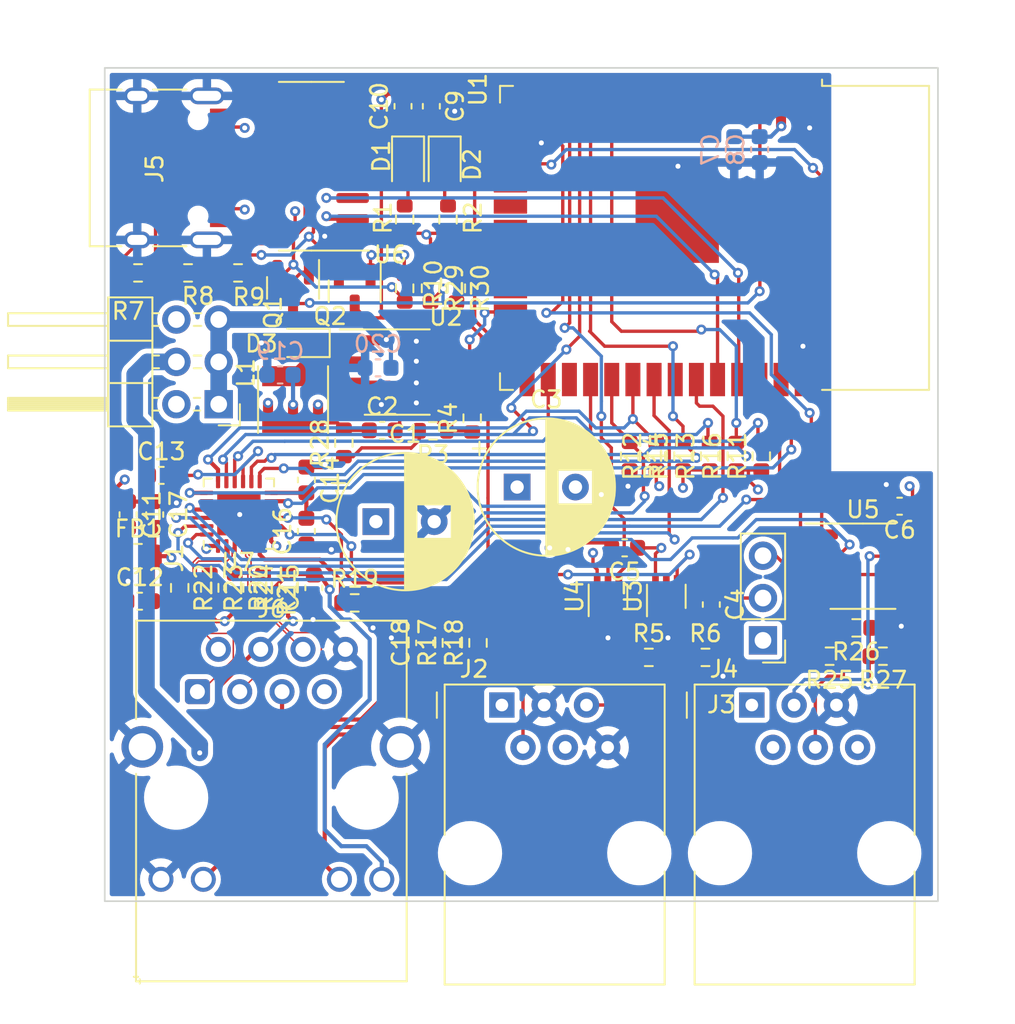
<source format=kicad_pcb>
(kicad_pcb (version 20211014) (generator pcbnew)
  (layers (0 "F.Cu" signal) (1 "In1.Cu" signal) (2 "In2.Cu" signal) (31 "B.Cu" signal) (34 "B.Paste" user) (35 "F.Paste" user) (36 "B.SilkS" user "B.Silkscreen") (37 "F.SilkS" user "F.Silkscreen") (38 "B.Mask" user) (39 "F.Mask" user) (44 "Edge.Cuts" user))
  (net 0 "")
  (net 2 "Net-(C2-Pad2)")
  (net 3 "Net-(C4-Pad1)")
  (net 4 "GND")
  (net 5 "+3V3")
  (net 6 "5V_USB")
  (net 7 "VDDA")
  (net 8 "Net-(C14-Pad2)")
  (net 9 "Net-(C18-Pad1)")
  (net 10 "/USB/GP0")
  (net 11 "Net-(D1-Pad2)")
  (net 12 "Net-(D2-Pad1)")
  (net 13 "Net-(D2-Pad2)")
  (net 14 "Net-(D3-Pad1)")
  (net 15 "5V_INVERTER")
  (net 16 "+5V")
  (net 17 "5V_DSM")
  (net 18 "Net-(J2-Pad5)")
  (net 20 "Net-(J2-Pad2)")
  (net 22 "Net-(J4-Pad4)")
  (net 23 "Net-(J4-Pad3)")
  (net 25 "/ethernet/TX_P")
  (net 26 "/ethernet/TX_N")
  (net 27 "/ethernet/RX_P")
  (net 28 "/ethernet/RX_N")
  (net 29 "Net-(Q1-Pad1)")
  (net 30 "/USB/EN")
  (net 31 "Net-(Q1-Pad2)")
  (net 32 "Net-(Q2-Pad1)")
  (net 33 "Net-(Q2-Pad2)")
  (net 34 "Net-(J5-PadA5)")
  (net 35 "Net-(J5-PadB5)")
  (net 36 "/ethernet/RXER")
  (net 37 "/ethernet/MDIO")
  (net 38 "/ethernet/CRS_DV")
  (net 39 "/ethernet/RST")
  (net 40 "/ethernet/RXD1")
  (net 41 "/ethernet/RXD0")
  (net 42 "Net-(R17-Pad2)")
  (net 43 "Net-(R18-Pad2)")
  (net 44 "Net-(R19-Pad1)")
  (net 51 "/P1_UART/DATA_IN")
  (net 52 "/RS485/DI")
  (net 53 "/RS485/DO")
  (net 60 "/P1_UART/DATA_OUT")
  (net 61 "/RS485/TXEN")
  (net 62 "/ethernet/REFCLK")
  (net 63 "/ethernet/TXD0")
  (net 65 "/ethernet/TXEN")
  (net 66 "/USB/TX")
  (net 67 "/USB/RX")
  (net 68 "/ethernet/TXD1")
  (net 69 "/ethernet/MDC")
  (net 70 "Net-(J5-PadA6)")
  (net 71 "Net-(J5-PadA7)")
  (net 82 "Net-(J6-Pad10)")
  (net 83 "Net-(J6-Pad11)")
  (net 84 "Net-(R28-Pad1)")
  (footprint "Package_SO:SOP-8_3.9x4.9mm_P1.27mm" (layer "F.Cu") (at 45.55 41.25)
    (fp_text reference "U2")
    (fp_text value "XL1509")
  )
  (footprint "Capacitor_SMD:C_0603_1608Metric" (layer "F.Cu") (at 29.4 49.8 -90)
    (fp_text reference "C11")
    (fp_text value "100nF")
  )
  (footprint "RF_Module:ESP32-WROOM-32" (layer "F.Cu") (at 61.6 33.2 -90)
    (fp_text reference "U1")
    (fp_text value "ESP32-WROOM-32")
  )
  (footprint "Resistor_SMD:R_0603_1608Metric" (layer "F.Cu") (at 47.7 44.775 180)
    (fp_text reference "R3")
    (fp_text value "180")
  )
  (footprint "Resistor_SMD:R_0603_1608Metric" (layer "F.Cu") (at 50.4 57.5 90)
    (fp_text reference "R18")
    (fp_text value "270")
  )
  (footprint "Resistor_SMD:R_0603_1608Metric" (layer "F.Cu") (at 36 35.3)
    (fp_text reference "R9")
    (fp_text value "10k")
  )
  (footprint "Capacitor_THT:CP_Radial_D8.0mm_P3.50mm" (layer "F.Cu") (at 44.272349 50.225)
    (fp_text reference "C1")
    (fp_text value "470uF")
  )
  (footprint "Package_SO:SOIC-8_3.9x4.9mm_P1.27mm" (layer "F.Cu") (at 73.5 52.9)
    (fp_text reference "U5")
    (fp_text value "SP3485EN")
  )
  (footprint "Resistor_SMD:R_0603_1608Metric" (layer "F.Cu") (at 42.35 45.5 90)
    (fp_text reference "R28")
    (fp_text value "1.5K")
  )
  (footprint "Capacitor_SMD:C_0603_1608Metric" (layer "F.Cu") (at 30.1 55)
    (fp_text reference "C12")
    (fp_text value "100nF")
  )
  (footprint "Resistor_SMD:R_0603_1608Metric" (layer "F.Cu") (at 30 35.3)
    (fp_text reference "R7")
    (fp_text value "5.1k")
  )
  (footprint "Connector_RJ:RJ12_Amphenol_54601" (layer "F.Cu") (at 66.83 61.23)
    (fp_text reference "J4")
    (fp_text value "RJ12")
  )
  (footprint "Capacitor_SMD:C_0603_1608Metric" (layer "F.Cu") (at 40.1 47.725 -90)
    (fp_text reference "C14")
    (fp_text value "200pF")
  )
  (footprint "Inductor_SMD:L_Taiyo-Yuden_NR-40xx" (layer "F.Cu") (at 39.3 42.9 90)
    (fp_text reference "L1")
    (fp_text value "22uH")
  )
  (footprint "Capacitor_SMD:C_0603_1608Metric" (layer "F.Cu") (at 47.2 57.5 90)
    (fp_text reference "C18")
    (fp_text value "10nF")
  )
  (footprint "Resistor_SMD:R_0603_1608Metric" (layer "F.Cu") (at 64.3 46.3 90)
    (fp_text reference "R13")
    (fp_text value "4K7")
  )
  (footprint "Resistor_SMD:R_0603_1608Metric" (layer "F.Cu") (at 39 54.2 90)
    (fp_text reference "R24")
    (fp_text value "0")
  )
  (footprint "Resistor_SMD:R_0603_1608Metric" (layer "F.Cu") (at 43 55.1)
    (fp_text reference "R19")
    (fp_text value "12K1")
  )
  (footprint "Resistor_SMD:R_0603_1608Metric" (layer "F.Cu") (at 71.5 58.3 180)
    (fp_text reference "R25")
    (fp_text value "680")
  )
  (footprint "Connector_USB:USB_C_Receptacle_HRO_TYPE-C-31-M-12" (layer "F.Cu") (at 31 29 -90)
    (fp_text reference "J5")
    (fp_text value "USB_C_Receptacle_USB2.0")
  )
  (footprint "Resistor_SMD:R_0603_1608Metric" (layer "F.Cu") (at 49.1 36.225 -90)
    (fp_text reference "R30")
    (fp_text value "10k")
  )
  (footprint "Resistor_SMD:R_0603_1608Metric" (layer "F.Cu") (at 46 36.225 90)
    (fp_text reference "R10")
    (fp_text value "10k")
  )
  (footprint "Resistor_SMD:R_0603_1608Metric" (layer "F.Cu") (at 65.9 46.3 90)
    (fp_text reference "R16")
    (fp_text value "4K7")
  )
  (footprint "Connector_RJ:RJ45_Hanrun_HR911105A" (layer "F.Cu") (at 33.56 60.4275)
    (fp_text reference "J6")
    (fp_text value "RJ45_Amphenol_RJMG1BD3B8K1ANR")
  )
  (footprint "Resistor_SMD:R_0603_1608Metric" (layer "F.Cu") (at 37.5 54.2 -90)
    (fp_text reference "R21")
    (fp_text value "49.9")
  )
  (footprint "Capacitor_SMD:C_0603_1608Metric" (layer "F.Cu") (at 44.65 44.75)
    (fp_text reference "C2")
    (fp_text value "DNP")
  )
  (footprint "LED_SMD:LED_0805_2012Metric" (layer "F.Cu") (at 46.2 28.8 -90)
    (fp_text reference "D1")
    (fp_text value "LED")
  )
  (footprint "Resistor_SMD:R_0603_1608Metric" (layer "F.Cu") (at 50.05 44.025 90)
    (fp_text reference "R4")
    (fp_text value "1K")
  )
  (footprint "Capacitor_SMD:C_0603_1608Metric" (layer "F.Cu") (at 64.4 55.2 -90)
    (fp_text reference "C4")
    (fp_text value "100nF")
  )
  (footprint "Resistor_SMD:R_0805_2012Metric" (layer "F.Cu") (at 30 52.3)
    (fp_text reference "FB1")
    (fp_text value "10")
  )
  (footprint "LED_SMD:LED_0805_2012Metric" (layer "F.Cu") (at 48.4 28.8 -90)
    (fp_text reference "D2")
    (fp_text value "LED")
  )
  (footprint "Resistor_SMD:R_0603_1608Metric" (layer "F.Cu") (at 67.4 46.3 90)
    (fp_text reference "R11")
    (fp_text value "4K7")
  )
  (footprint "Package_DFN_QFN:QFN-24-1EP_4x4mm_P0.5mm_EP2.6x2.6mm" (layer "F.Cu") (at 36.05 49.75 180)
    (fp_text reference "U7")
    (fp_text value "LAN8720A")
  )
  (footprint "Resistor_SMD:R_0603_1608Metric" (layer "F.Cu") (at 61.1 46.3 90)
    (fp_text reference "R12")
    (fp_text value "1K5")
  )
  (footprint "Capacitor_SMD:C_0603_1608Metric" (layer "F.Cu") (at 40.55 54.2 90)
    (fp_text reference "C15")
    (fp_text value "100nF")
  )
  (footprint "Capacitor_SMD:C_0603_1608Metric" (layer "F.Cu") (at 40.1 50.8 90)
    (fp_text reference "C16")
    (fp_text value "1uF")
  )
  (footprint "Capacitor_SMD:C_0603_1608Metric" (layer "F.Cu") (at 59.2 51.8 180)
    (fp_text reference "C5")
    (fp_text value "100nF")
  )
  (footprint "Package_TO_SOT_SMD:SOT-23" (layer "F.Cu") (at 43 36.4 -90)
    (fp_text reference "Q2")
    (fp_text value "S8050")
  )
  (footprint "Connector_PinHeader_2.54mm:PinHeader_2x03_P2.54mm_Horizontal" (layer "F.Cu") (at 34.84 43.18 180)
    (fp_text reference "J1")
    (fp_text value "5V_SELECTOR")
  )
  (footprint "Resistor_SMD:R_0603_1608Metric" (layer "F.Cu") (at 48.6 32.1 90)
    (fp_text reference "R2")
    (fp_text value "470")
  )
  (footprint "Resistor_SMD:R_0603_1608Metric" (layer "F.Cu") (at 59.5 46.3 -90)
    (fp_text reference "R14")
    (fp_text value "4K7")
  )
  (footprint "Resistor_SMD:R_0603_1608Metric" (layer "F.Cu") (at 74.7 58.3 180)
    (fp_text reference "R27")
    (fp_text value "680")
  )
  (footprint "Capacitor_SMD:C_0603_1608Metric" (layer "F.Cu") (at 75.7 49.3 180)
    (fp_text reference "C6")
    (fp_text value "100nF")
  )
  (footprint "Resistor_SMD:R_0603_1608Metric" (layer "F.Cu") (at 35.8 54.2 -90)
    (fp_text reference "R20")
    (fp_text value "49.9")
  )
  (footprint "Package_SO:SOIC-16_3.9x9.9mm_P1.27mm" (layer "F.Cu") (at 40.4 28.9 180)
    (fp_text reference "U6")
    (fp_text value "CH340C")
  )
  (footprint "Connector_RJ:RJ12_Amphenol_54601" (layer "F.Cu") (at 51.83 61.23)
    (fp_text reference "J2")
    (fp_text value "RJ12")
  )
  (footprint "Resistor_SMD:R_0603_1608Metric" (layer "F.Cu") (at 34.3 54.2 -90)
    (fp_text reference "R23")
    (fp_text value "49.9")
  )
  (footprint "Diode_SMD:D_SOD-323" (layer "F.Cu") (at 40 39.5 180)
    (fp_text reference "D3")
    (fp_text value "1N5819")
  )
  (footprint "Capacitor_SMD:C_0603_1608Metric" (layer "F.Cu") (at 31.4 47.45)
    (fp_text reference "C13")
    (fp_text value "100nF")
  )
  (footprint "Resistor_SMD:R_0603_1608Metric" (layer "F.Cu") (at 46 32.1 90)
    (fp_text reference "R1")
    (fp_text value "470")
  )
  (footprint "Resistor_SMD:R_0603_1608Metric" (layer "F.Cu") (at 60.65 58.37)
    (fp_text reference "R5")
    (fp_text value "1K")
  )
  (footprint "Package_TO_SOT_SMD:SOT-23" (layer "F.Cu") (at 39.3 36.2 -90)
    (fp_text reference "Q1")
    (fp_text value "S8050")
  )
  (footprint "Capacitor_SMD:C_0603_1608Metric" (layer "F.Cu") (at 31 49.8 -90)
    (fp_text reference "C17")
    (fp_text value "100nF")
  )
  (footprint "Resistor_SMD:R_0603_1608Metric" (layer "F.Cu") (at 73.1 56.6 180)
    (fp_text reference "R26")
    (fp_text value "120")
  )
  (footprint "Capacitor_SMD:C_0603_1608Metric" (layer "F.Cu") (at 47.6 25.3 -90)
    (fp_text reference "C9")
    (fp_text value "100nF")
  )
  (footprint "Connector_PinHeader_2.54mm:PinHeader_1x03_P2.54mm_Vertical" (layer "F.Cu") (at 67.5 57.35 180)
    (fp_text reference "J3")
    (fp_text value "PS")
  )
  (footprint "Package_TO_SOT_SMD:SOT-363_SC-70-6" (layer "F.Cu") (at 58.2 54.7 90)
    (fp_text reference "U4")
    (fp_text value "SN74LVC1T45DCK")
  )
  (footprint "Resistor_SMD:R_0603_1608Metric" (layer "F.Cu") (at 47.55 36.225 -90)
    (fp_text reference "R29")
    (fp_text value "10k")
  )
  (footprint "Resistor_SMD:R_0603_1608Metric" (layer "F.Cu") (at 48.8 57.5 90)
    (fp_text reference "R17")
    (fp_text value "330")
  )
  (footprint "Resistor_SMD:R_0603_1608Metric" (layer "F.Cu") (at 33 35.3 180)
    (fp_text reference "R8")
    (fp_text value "5.1k")
  )
  (footprint "Capacitor_THT:CP_Radial_D8.0mm_P3.50mm" (layer "F.Cu") (at 52.747349 48.15)
    (fp_text reference "C3")
    (fp_text value "470uF")
  )
  (footprint "Package_TO_SOT_SMD:SOT-363_SC-70-6" (layer "F.Cu") (at 61.7 54.7075 90)
    (fp_text reference "U3")
    (fp_text value "SN74LVC1T45DCK")
  )
  (footprint "Capacitor_SMD:C_0603_1608Metric" (layer "F.Cu") (at 45.9 25.3 90)
    (fp_text reference "C10")
    (fp_text value "100nF")
  )
  (footprint "Resistor_SMD:R_0603_1608Metric" (layer "F.Cu") (at 32.5 54.2 -90)
    (fp_text reference "R22")
    (fp_text value "49.9")
  )
  (footprint "Resistor_SMD:R_0603_1608Metric" (layer "F.Cu") (at 62.7 46.3 90)
    (fp_text reference "R15")
    (fp_text value "4K7")
  )
  (footprint "Resistor_SMD:R_0603_1608Metric" (layer "F.Cu") (at 64.05 58.37)
    (fp_text reference "R6")
    (fp_text value "DNP")
  )
  (footprint "Capacitor_SMD:C_0603_1608Metric" (layer "B.Cu") (at 67.3 27.9 -90)
    (fp_text reference "C8")
    (fp_text value "DNP")
  )
  (footprint "Capacitor_SMD:C_0603_1608Metric" (layer "B.Cu") (at 65.775 27.9 -90)
    (fp_text reference "C7")
    (fp_text value "DNP")
  )
  (footprint "Capacitor_SMD:C_0603_1608Metric" (layer "B.Cu") (at 44.4 41 180)
    (fp_text reference "C20")
    (fp_text value "DNP")
  )
  (footprint "Capacitor_SMD:C_0603_1608Metric" (layer "B.Cu") (at 38.525 41.425 180)
    (fp_text reference "C19")
    (fp_text value "DNP")
  )
  (gr_rect (start 28 23) (end 78 73) (layer "Edge.Cuts") (width 0.1) (fill none))
  (segment (start 45.425 44.75) (end 45.7 44.475) (width 0.2) (layer "F.Cu") (net 2))
  (segment (start 45.7 44.475) (end 45.7 43.825) (width 0.2) (layer "F.Cu") (net 2))
  (segment (start 45.7 43.825) (end 47.575 43.825) (width 0.2) (layer "F.Cu") (net 2))
  (segment (start 49.975 44.775) (end 50.05 44.85) (width 0.2) (layer "F.Cu") (net 2))
  (segment (start 47.575 43.825) (end 48.525 44.775) (width 0.2) (layer "F.Cu") (net 2))
  (segment (start 45.7 43.825) (end 45.7 42.5) (width 0.2) (layer "F.Cu") (net 2))
  (segment (start 48.525 44.775) (end 49.975 44.775) (width 0.2) (layer "F.Cu") (net 2))
  (segment (start 42.925 41.885) (end 45.085 41.885) (width 0.25) (layer "F.Cu") (net 2))
  (segment (start 45.085 41.885) (end 45.7 42.5) (width 0.25) (layer "F.Cu") (net 2))
  (segment (start 61.7 54.6) (end 61.5 54.8) (width 0.2) (layer "F.Cu") (net 3))
  (segment (start 61.5 54.8) (end 64.025 54.8) (width 0.2) (layer "F.Cu") (net 3))
  (segment (start 64.785 54.81) (end 67.5 54.81) (width 0.2) (layer "F.Cu") (net 3))
  (segment (start 61.05 55.6575) (end 61.05 57.145) (width 0.2) (layer "F.Cu") (net 3))
  (segment (start 61.05 57.145) (end 59.825 58.37) (width 0.2) (layer "F.Cu") (net 3))
  (segment (start 64.4 54.425) (end 64.785 54.81) (width 0.2) (layer "F.Cu") (net 3))
  (segment (start 57.55 55.65) (end 57.55 55.225) (width 0.2) (layer "F.Cu") (net 3))
  (segment (start 61.05 54.825) (end 61.025 54.8) (width 0.2) (layer "F.Cu") (net 3))
  (segment (start 61.7 53.57) (end 61.7 54.6) (width 0.2) (layer "F.Cu") (net 3))
  (segment (start 64.025 54.8) (end 64.4 54.425) (width 0.2) (layer "F.Cu") (net 3))
  (segment (start 61.5 54.8) (end 61.025 54.8) (width 0.2) (layer "F.Cu") (net 3))
  (segment (start 61.025 54.8) (end 57.975 54.8) (width 0.2) (layer "F.Cu") (net 3))
  (segment (start 61.05 55.6575) (end 61.05 54.825) (width 0.2) (layer "F.Cu") (net 3))
  (segment (start 57.55 55.225) (end 57.975 54.8) (width 0.2) (layer "F.Cu") (net 3))
  (segment (start 62.355 28.945) (end 62.4 28.9) (width 0.2) (layer "F.Cu") (net 4))
  (segment (start 58.2 55.8375) (end 58.2 57.2) (width 0.2) (layer "F.Cu") (net 4))
  (segment (start 45.9 26.075) (end 47.6 26.075) (width 0.2) (layer "F.Cu") (net 4))
  (segment (start 74.925 49.3) (end 74.925 48.025) (width 0.2) (layer "F.Cu") (net 4))
  (segment (start 43.825 56.325) (end 44.1 56.6) (width 0.25) (layer "F.Cu") (net 4))
  (segment (start 45.675 56.725) (end 45.2 57.2) (width 0.25) (layer "F.Cu") (net 4))
  (segment (start 69.855 39.745) (end 69.9 39.7) (width 0.6) (layer "F.Cu") (net 4))
  (segment (start 36.2 24.9) (end 36.2 25.5) (width 0.2) (layer "F.Cu") (net 4))
  (segment (start 35.88 33.32) (end 36.2 33) (width 0.2) (layer "F.Cu") (net 4))
  (segment (start 58.2 53.5625) (end 58.2 52.025) (width 0.2) (layer "F.Cu") (net 4))
  (segment (start 69.855 24.7) (end 69.855 26.155) (width 0.6) (layer "F.Cu") (net 4))
  (segment (start 29.175 35.3) (end 29.175 34.325) (width 0.2) (layer "F.Cu") (net 4))
  (segment (start 42.875 33.345) (end 41.445 33.345) (width 0.25) (layer "F.Cu") (net 4))
  (segment (start 30.625 47.45) (end 30.625 48.65) (width 0.25) (layer "F.Cu") (net 4))
  (segment (start 64.4 55.975) (end 64.4 57.895) (width 0.2) (layer "F.Cu") (net 4))
  (segment (start 36.2 33) (end 36.2 32.5) (width 0.2) (layer "F.Cu") (net 4))
  (segment (start 75.975 56.325) (end 75.8 56.5) (width 0.2) (layer "F.Cu") (net 4))
  (segment (start 30.625 48.65) (end 31 49.025) (width 0.25) (layer "F.Cu") (net 4))
  (segment (start 41.445 33.345) (end 41.2 33.1) (width 0.25) (layer "F.Cu") (net 4))
  (segment (start 61.7 55.845) (end 61.7 57.1) (width 0.2) (layer "F.Cu") (net 4))
  (segment (start 35.95 25.75) (end 35.045 25.75) (width 0.2) (layer "F.Cu") (net 4))
  (segment (start 29.325 55) (end 29.325 53.875) (width 0.25) (layer "F.Cu") (net 4))
  (segment (start 41.275 51.575) (end 41.6 51.9) (width 0.25) (layer "F.Cu") (net 4))
  (segment (start 40.55 56.05) (end 40.5 56.1) (width 0.25) (layer "F.Cu") (net 4))
  (segment (start 35.95 32.25) (end 35.045 32.25) (width 0.2) (layer "F.Cu") (net 4))
  (segment (start 36.2 25.5) (end 35.95 25.75) (width 0.2) (layer "F.Cu") (net 4))
  (segment (start 33.825 35.3) (end 34.13 34.995) (width 0.2) (layer "F.Cu") (net 4))
  (segment (start 56.199511 51.500489) (end 55.8 51.9) (width 0.2) (layer "F.Cu") (net 4))
  (segment (start 34.13 24.68) (end 35.98 24.68) (width 0.2) (layer "F.Cu") (net 4))
  (segment (start 46.715 41.885) (end 46.7 41.9) (width 0.6) (layer "F.Cu") (net 4))
  (segment (start 47.2 56.725) (end 45.675 56.725) (width 0.25) (layer "F.Cu") (net 4))
  (segment (start 29.95 33.55) (end 29.95 33.32) (width 0.2) (layer "F.Cu") (net 4))
  (segment (start 59.6 47.9) (end 59.4 48.1) (width 0.2) (layer "F.Cu") (net 4))
  (segment (start 43.825 55.1) (end 43.825 56.325) (width 0.25) (layer "F.Cu") (net 4))
  (segment (start 34.13 33.32) (end 35.88 33.32) (width 0.2) (layer "F.Cu") (net 4))
  (segment (start 48.175 40.615) (end 46.715 40.615) (width 0.6) (layer "F.Cu") (net 4))
  (segment (start 75.525 58.3) (end 75.525 56.775) (width 0.2) (layer "F.Cu") (net 4))
  (segment (start 54.185 27.485) (end 54.2 27.5) (width 0.6) (layer "F.Cu") (net 4))
  (segment (start 75.975 54.805) (end 75.975 56.325) (width 0.2) (layer "F.Cu") (net 4))
  (segment (start 50.005 43.155) (end 50.05 43.2) (width 0.2) (layer "F.Cu") (net 4))
  (segment (start 48.175 41.885) (end 46.715 41.885) (width 0.6) (layer "F.Cu") (net 4))
  (segment (start 32.225 49.025) (end 32.3 49.1) (width 0.25) (layer "F.Cu") (net 4))
  (segment (start 41.0755 46.95) (end 40.1 46.95) (width 0.25) (layer "F.Cu") (net 4))
  (segment (start 44.555 43.155) (end 44.6 43.2) (width 0.6) (layer "F.Cu") (net 4))
  (segment (start 52.345 27.485) (end 54.185 27.485) (width 0.6) (layer "F.Cu") (net 4))
  (segment (start 74.925 48.025) (end 74.9 48) (width 0.2) (layer "F.Cu") (net 4))
  (segment (start 42.925 43.155) (end 44.555 43.155) (width 0.6) (layer "F.Cu") (net 4))
  (segment (start 69.855 41.7) (end 69.855 39.745) (width 0.6) (layer "F.Cu") (net 4))
  (segment (start 64.875 58.37) (end 64.875 59.275) (width 0.2) (layer "F.Cu") (net 4))
  (segment (start 58.2 52.025) (end 58.425 51.8) (width 0.2) (layer "F.Cu") (net 4))
  (segment (start 36.2 32.5) (end 35.95 32.25) (width 0.2) (layer "F.Cu") (net 4))
  (segment (start 61.7 57.1) (end 61.8 57.2) (width 0.2) (layer "F.Cu") (net 4))
  (segment (start 69.855 26.155) (end 70.3 26.6) (width 0.6) (layer "F.Cu") (net 4))
  (segment (start 64.875 59.275) (end 65.1 59.5) (width 0.2) (layer "F.Cu") (net 4))
  (segment (start 46.715 40.615) (end 46.7 40.6) (width 0.6) (layer "F.Cu") (net 4))
  (segment (start 64.4 57.895) (end 64.875 58.37) (width 0.2) (layer "F.Cu") (net 4))
  (segment (start 75.525 56.775) (end 75.8 56.5) (width 0.2) (layer "F.Cu") (net 4))
  (segment (start 48.175 43.155) (end 50.005 43.155) (width 0.2) (layer "F.Cu") (net 4))
  (segment (start 58.125489 51.500489) (end 56.199511 51.500489) (width 0.2) (layer "F.Cu") (net 4))
  (segment (start 35.98 24.68) (end 36.2 24.9) (width 0.2) (layer "F.Cu") (net 4))
  (segment (start 58.425 51.8) (end 58.125489 51.500489) (width 0.2) (layer "F.Cu") (net 4))
  (segment (start 40.1 51.575) (end 41.275 51.575) (width 0.25) (layer "F.Cu") (net 4))
  (segment (start 41.225 46.8005) (end 41.0755 46.95) (width 0.25) (layer "F.Cu") (net 4))
  (segment (start 46.755 39.345) (end 46.7 39.4) (width 0.6) (layer "F.Cu") (net 4))
  (segment (start 29.175 34.325) (end 29.95 33.55) (width 0.2) (layer "F.Cu") (net 4))
  (segment (start 48.175 39.345) (end 46.755 39.345) (width 0.6) (layer "F.Cu") (net 4))
  (segment (start 31 49.025) (end 32.225 49.025) (width 0.25) (layer "F.Cu") (net 4))
  (segment (start 29.325 53.875) (end 29.4 53.8) (width 0.25) (layer "F.Cu") (net 4))
  (segment (start 40.55 54.975) (end 40.55 56.05) (width 0.25) (layer "F.Cu") (net 4))
  (segment (start 29.4 49.025) (end 31 49.025) (width 0.25) (layer "F.Cu") (net 4))
  (segment (start 48.525 26.075) (end 49 25.6) (width 0.2) (layer "F.Cu") (net 4))
  (segment (start 47.6 26.075) (end 48.525 26.075) (width 0.2) (layer "F.Cu") (net 4))
  (segment (start 62.355 32.2) (end 62.355 28.945) (width 0.2) (layer "F.Cu") (net 4))
  (segment (start 46.755 43.155) (end 46.7 43.1) (width 0.6) (layer "F.Cu") (net 4))
  (segment (start 38.95 39.5) (end 37.4 39.5) (width 0.6) (layer "F.Cu") (net 4))
  (segment (start 34.13 34.995) (end 34.13 33.32) (width 0.2) (layer "F.Cu") (net 4))
  (segment (start 59.6 47.125) (end 59.6 47.9) (width 0.2) (layer "F.Cu") (net 4))
  (segment (start 48.175 43.155) (end 46.755 43.155) (width 0.6) (layer "F.Cu") (net 4))
  (via (at 46.7 41.9) (size 0.6) (drill 0.3) (layers "F.Cu" "B.Cu") (net 4))
  (via (at 44.6 43.2) (size 0.6) (drill 0.3) (layers "F.Cu" "B.Cu") (net 4))
  (via (at 45.2 57.2) (size 0.6) (drill 0.3) (layers "F.Cu" "B.Cu") (net 4))
  (via (at 58.2 57.2) (size 0.6) (drill 0.3) (layers "F.Cu" "B.Cu") (net 4))
  (via (at 49 25.6) (size 0.6) (drill 0.3) (layers "F.Cu" "B.Cu") (net 4))
  (via (at 62.4 28.9) (size 0.6) (drill 0.3) (layers "F.Cu" "B.Cu") (net 4))
  (via (at 70.3 26.6) (size 0.6) (drill 0.3) (layers "F.Cu" "B.Cu") (net 4))
  (via (at 32.3 49.1) (size 0.6) (drill 0.3) (layers "F.Cu" "B.Cu") (net 4))
  (via (at 41.225 46.8005) (size 0.6) (drill 0.3) (layers "F.Cu" "B.Cu") (net 4))
  (via (at 74.9 48) (size 0.6) (drill 0.3) (layers "F.Cu" "B.Cu") (net 4))
  (via (at 55.8 51.9) (size 0.6) (drill 0.3) (layers "F.Cu" "B.Cu") (net 4))
  (via (at 75.8 56.5) (size 0.6) (drill 0.3) (layers "F.Cu" "B.Cu") (net 4))
  (via (at 44.1 56.6) (size 0.6) (drill 0.3) (layers "F.Cu" "B.Cu") (net 4))
  (via (at 41.6 51.9) (size 0.6) (drill 0.3) (layers "F.Cu" "B.Cu") (net 4))
  (via (at 46.7 40.6) (size 0.6) (drill 0.3) (layers "F.Cu" "B.Cu") (net 4))
  (via (at 40.5 56.1) (size 0.6) (drill 0.3) (layers "F.Cu" "B.Cu") (net 4))
  (via (at 61.8 57.2) (size 0.6) (drill 0.3) (layers "F.Cu" "B.Cu") (net 4))
  (via (at 36.1 49.8) (size 0.6) (drill 0.3) (layers "F.Cu" "B.Cu") (net 4))
  (via (at 37.4 39.5) (size 0.6) (drill 0.3) (layers "F.Cu" "B.Cu") (net 4))
  (via (at 59.4 48.1) (size 0.6) (drill 0.3) (layers "F.Cu" "B.Cu") (net 4))
  (via (at 29.4 53.8) (size 0.6) (drill 0.3) (layers "F.Cu" "B.Cu") (net 4))
  (via (at 46.7 39.4) (size 0.6) (drill 0.3) (layers "F.Cu" "B.Cu") (net 4))
  (via (at 54.2 27.5) (size 0.6) (drill 0.3) (layers "F.Cu" "B.Cu") (net 4))
  (via (at 46.7 43.1) (size 0.6) (drill 0.3) (layers "F.Cu" "B.Cu") (net 4))
  (via (at 41.2 33.1) (size 0.6) (drill 0.3) (layers "F.Cu" "B.Cu") (net 4))
  (via (at 69.9 39.7) (size 0.6) (drill 0.3) (layers "F.Cu" "B.Cu") (net 4))
  (via (at 65.1 59.5) (size 0.6) (drill 0.3) (layers "F.Cu" "B.Cu") (net 4))
  (segment (start 62.7 47.125) (end 62.7 48.2) (width 0.2) (layer "F.Cu") (net 5))
  (segment (start 28.60048 50.10048) (end 28.60048 48.29952) (width 0.25) (layer "F.Cu") (net 5))
  (segment (start 32.175 47.45) (end 33.55 47.45) (width 0.2) (layer "F.Cu") (net 5))
  (segment (start 68.585 24.7) (end 68.585 26.485) (width 0.6) (layer "F.Cu") (net 5))
  (segment (start 47.55 35.4) (end 49.1 35.4) (width 0.2) (layer "F.Cu") (net 5))
  (segment (start 65.9 47.125) (end 66.625 47.125) (width 0.2) (layer "F.Cu") (net 5))
  (segment (start 29.4 50.575) (end 29.4 51.9875) (width 0.25) (layer "F.Cu") (net 5))
  (segment (start 40.7 44) (end 40.8 43.9) (width 0.6) (layer "F.Cu") (net 5))
  (segment (start 76.6 49.425) (end 76.475 49.3) (width 0.2) (layer "F.Cu") (net 5))
  (segment (start 40.4 44.3) (end 40.7 44) (width 0.6) (layer "F.Cu") (net 5))
  (segment (start 47.6 24.525) (end 45.9 24.525) (width 0.3) (layer "F.Cu") (net 5))
  (segment (start 76.475 49.3) (end 76.475 48.275) (width 0.2) (layer "F.Cu") (net 5))
  (segment (start 47.3 33) (end 47.55 33.25) (width 0.2) (layer "F.Cu") (net 5))
  (segment (start 46 32.925) (end 47.225 32.925) (width 0.2) (layer "F.Cu") (net 5))
  (segment (start 45.9 24.525) (end 44.975 24.525) (width 0.3) (layer "F.Cu") (net 5))
  (segment (start 66.625 47.725) (end 67.2 48.3) (width 0.2) (layer "F.Cu") (net 5))
  (segment (start 57.3 52.85) (end 57.55 53.1) (width 0.2) (layer "F.Cu") (net 5))
  (segment (start 40.8 43.9) (end 40.8 43.2) (width 0.6) (layer "F.Cu") (net 5))
  (segment (start 44.465 29.535) (end 42.875 29.535) (width 0.2) (layer "F.Cu") (net 5))
  (segment (start 76.6 50.9) (end 76.6 49.425) (width 0.2) (layer "F.Cu") (net 5))
  (segment (start 39.3 44.3) (end 40.4 44.3) (width 0.6) (layer "F.Cu") (net 5))
  (segment (start 39.425 32.35) (end 39.425 31.6) (width 0.2) (layer "F.Cu") (net 5))
  (segment (start 43.875 44.75) (end 42.425 44.75) (width 0.2) (layer "F.Cu") (net 5))
  (segment (start 76.505 50.995) (end 76.6 50.9) (width 0.2) (layer "F.Cu") (net 5))
  (segment (start 37.925 33.345) (end 38.43 33.345) (width 0.2) (layer "F.Cu") (net 5))
  (segment (start 47.225 32.925) (end 47.3 33) (width 0.2) (layer "F.Cu") (net 5))
  (segment (start 61.1 47.125) (end 61.1 47.92498) (width 0.2) (layer "F.Cu") (net 5))
  (segment (start 59.975 51.8) (end 61.4 51.8) (width 0.2) (layer "F.Cu") (net 5))
  (segment (start 39.3 44.3) (end 39.3 43.2) (width 0.6) (layer "F.Cu") (net 5))
  (segment (start 44.975 24.525) (end 44.6 24.9) (width 0.3) (layer "F.Cu") (net 5))
  (segment (start 39.3 44.3) (end 40.7 44.3) (width 0.6) (layer "F.Cu") (net 5))
  (segment (start 36.3 46.9) (end 37.2 46) (width 0.2) (layer "F.Cu") (net 5))
  (segment (start 66.625 47.125) (end 67.4 47.125) (width 0.2) (layer "F.Cu") (net 5))
  (segment (start 61.05 53.7575) (end 61.05 52.15) (width 0.2) (layer "F.Cu") (net 5))
  (segment (start 42.425 44.75) (end 42.35 44.675) (width 0.2) (layer "F.Cu") (net 5))
  (segment (start 29.075 50.575) (end 28.60048 50.10048) (width 0.25) (layer "F.Cu") (net 5))
  (segment (start 44.6 24.9) (end 44.6 29.4) (width 0.2) (layer "F.Cu") (net 5))
  (segment (start 68.585 26.485) (end 68.6 26.5) (width 0.6) (layer "F.Cu") (net 5))
  (segment (start 33.55 47.45) (end 33.6 47.4) (width 0.2) (layer "F.Cu") (net 5))
  (segment (start 38.43 33.345) (end 39.35 32.425) (width 0.2) (layer "F.Cu") (net 5))
  (segment (start 29.4 51.9875) (end 29.0875 52.3) (width 0.25) (layer "F.Cu") (net 5))
  (segment (start 76.475 48.275) (end 76.3 48.1) (width 0.2) (layer "F.Cu") (net 5))
  (segment (start 39.3 44.3) (end 38.1 44.3) (width 0.6) (layer "F.Cu") (net 5))
  (segment (start 75.975 50.995) (end 76.505 50.995) (width 0.2) (layer "F.Cu") (net 5))
  (segment (start 57.3 52.1) (end 57.3 52.85) (width 0.2) (layer "F.Cu") (net 5))
  (segment (start 39.35 32.425) (end 39.425 32.35) (width 0.2) (layer "F.Cu") (net 5))
  (segment (start 66.625 47.125) (end 66.625 47.725) (width 0.2) (layer "F.Cu") (net 5))
  (segment (start 41.975 44.3) (end 39.3 44.3) (width 0.2) (layer "F.Cu") (net 5))
  (segment (start 47.375 32.925) (end 47.3 33) (width 0.2) (layer "F.Cu") (net 5))
  (segment (start 61.1 47.92498) (end 61.27502 48.1) (width 0.2) (layer "F.Cu") (net 5))
  (segment (start 42.35 44.675) (end 41.975 44.3) (width 0.2) (layer "F.Cu") (net 5))
  (segment (start 57.55 53.1) (end 57.55 53.75) (width 0.2) (layer "F.Cu") (net 5))
  (segment (start 62.7 47.125) (end 64.3 47.125) (width 0.2) (layer "F.Cu") (net 5))
  (segment (start 28.60048 48.29952) (end 29.2 47.7) (width 0.25) (layer "F.Cu") (net 5))
  (segment (start 44.6 29.4) (end 44.465 29.535) (width 0.2) (layer "F.Cu") (net 5))
  (segment (start 37.8 44) (end 37.8 43.1) (width 0.6) (layer "F.Cu") (net 5))
  (segment (start 47.55 33.25) (end 47.55 35.4) (width 0.2) (layer "F.Cu") (net 5))
  (segment (start 29.4 50.575) (end 29.075 50.575) (width 0.25) (layer "F.Cu") (net 5))
  (segment (start 38.1 44.3) (end 37.8 44) (width 0.6) (layer "F.Cu") (net 5))
  (segment (start 61.05 52.15) (end 61.4 51.8) (width 0.2) (layer "F.Cu") (net 5))
  (segment (start 48.6 32.925) (end 47.375 32.925) (width 0.2) (layer "F.Cu") (net 5))
  (segment (start 36.3 47.8125) (end 36.3 46.9) (width 0.2) (layer "F.Cu") (net 5))
  (via (at 67.2 48.3) (size 0.6) (drill 0.3) (layers "F.Cu" "B.Cu") (net 5))
  (via (at 68.6 26.5) (size 0.6) (drill 0.3) (layers "F.Cu" "B.Cu") (net 5))
  (via (at 33.6 47.4) (size 0.6) (drill 0.3) (layers "F.Cu" "B.Cu") (net 5))
  (via (at 76.3 48.1) (size 0.6) (drill 0.3) (layers "F.Cu" "B.Cu") (net 5))
  (via (at 39.3 43.2) (size 0.6) (drill 0.3) (layers "F.Cu" "B.Cu") (net 5))
  (via (at 61.27502 48.1) (size 0.6) (drill 0.3) (layers "F.Cu" "B.Cu") (net 5))
  (via (at 47.3 33) (size 0.6) (drill 0.3) (layers "F.Cu" "B.Cu") (net 5))
  (via (at 61.4 51.8) (size 0.6) (drill 0.3) (layers "F.Cu" "B.Cu") (net 5))
  (via (at 29.2 47.7) (size 0.6) (drill 0.3) (layers "F.Cu" "B.Cu") (net 5))
  (via (at 40.8 43.2) (size 0.6) (drill 0.3) (layers "F.Cu" "B.Cu") (net 5))
  (via (at 44.6 24.9) (size 0.6) (drill 0.3) (layers "F.Cu" "B.Cu") (net 5))
  (via (at 57.3 52.1) (size 0.6) (drill 0.3) (layers "F.Cu" "B.Cu") (net 5))
  (via (at 39.425 31.6) (size 0.6) (drill 0.3) (layers "F.Cu" "B.Cu") (net 5))
  (via (at 37.2 46) (size 0.6) (drill 0.3) (layers "F.Cu" "B.Cu") (net 5))
  (via (at 37.8 43.1) (size 0.6) (drill 0.3) (layers "F.Cu" "B.Cu") (net 5))
  (via (at 62.7 48.2) (size 0.6) (drill 0.3) (layers "F.Cu" "B.Cu") (net 5))
  (segment (start 33.6 47.4) (end 35.8 47.4) (width 0.2) (layer "B.Cu") (net 5))
  (segment (start 39.3 41.425) (end 39.3 43.2) (width 0.25) (layer "B.Cu") (net 5))
  (segment (start 67.975 27.125) (end 68.6 26.5) (width 0.25) (layer "B.Cu") (net 5))
  (segment (start 65.775 27.125) (end 67.975 27.125) (width 0.25) (layer "B.Cu") (net 5))
  (segment (start 35.8 47.4) (end 37.2 46) (width 0.2) (layer "B.Cu") (net 5))
  (segment (start 35.045 26.55) (end 36.35 26.55) (width 0.2) (layer "F.Cu") (net 6))
  (segment (start 35.045 31.45) (end 36.35 31.45) (width 0.2) (layer "F.Cu") (net 6))
  (segment (start 36.35 26.55) (end 36.4 26.6) (width 0.2) (layer "F.Cu") (net 6))
  (segment (start 36.35 31.45) (end 36.4 31.5) (width 0.2) (layer "F.Cu") (net 6))
  (via (at 36.4 31.5) (size 0.6) (drill 0.3) (layers "F.Cu" "B.Cu") (net 6))
  (via (at 36.4 26.6) (size 0.6) (drill 0.3) (layers "F.Cu" "B.Cu") (net 6))
  (segment (start 30.9125 54.9625) (end 30.875 55) (width 0.2) (layer "F.Cu") (net 7))
  (segment (start 32 52.3) (end 30.9125 52.3) (width 0.25) (layer "F.Cu") (net 7))
  (segment (start 37.5 54.875) (end 39 53.375) (width 0.25) (layer "F.Cu") (net 7))
  (segment (start 34.3 55.8) (end 34.7 56.2) (width 0.25) (layer "F.Cu") (net 7))
  (segment (start 32.5 55.025) (end 30.9 55.025) (width 0.25) (layer "F.Cu") (net 7))
  (segment (start 34.8 51.6875) (end 34.2722 51.6875) (width 0.25) (layer "F.Cu") (net 7))
  (segment (start 37.5 55.025) (end 37.5 54.875) (width 0.25) (layer "F.Cu") (net 7))
  (segment (start 41.5 54.3) (end 40.925 53.425) (width 0.25) (layer "F.Cu") (net 7))
  (segment (start 40.5 53.375) (end 40.55 53.425) (width 0.25) (layer "F.Cu") (net 7))
  (segment (start 34.3 55.025) (end 34.3 55.8) (width 0.25) (layer "F.Cu") (net 7))
  (segment (start 40.925 53.425) (end 40.55 53.425) (width 0.25) (layer "F.Cu") (net 7))
  (segment (start 37.9875 51) (end 37.9875 51.3875) (width 0.25) (layer "F.Cu") (net 7))
  (segment (start 30.9125 52.3) (end 30.9125 54.9625) (width 0.2) (layer "F.Cu") (net 7))
  (segment (start 32 52.4) (end 32 52.3) (width 0.25) (layer "F.Cu") (net 7))
  (segment (start 35.8 55.6) (end 35.2 56.2) (width 0.25) (layer "F.Cu") (net 7))
  (segment (start 35.8 55.025) (end 35.8 55.6) (width 0.25) (layer "F.Cu") (net 7))
  (segment (start 34.7 56.2) (end 35.2 56.2) (width 0.25) (layer "F.Cu") (net 7))
  (segment (start 31 52.2125) (end 30.9125 52.3) (width 0.2) (layer "F.Cu") (net 7))
  (segment (start 34.2722 51.6875) (end 34.1 51.8597) (width 0.25) (layer "F.Cu") (net 7))
  (segment (start 30.9 55.025) (end 30.875 55) (width 0.25) (layer "F.Cu") (net 7))
  (segment (start 37.9875 51.3875) (end 38.3 51.7) (width 0.25) (layer "F.Cu") (net 7))
  (segment (start 39 53.375) (end 40.5 53.375) (width 0.25) (layer "F.Cu") (net 7))
  (segment (start 31 50.575) (end 31 52.2125) (width 0.2) (layer "F.Cu") (net 7))
  (via (at 38.3 51.7) (size 0.6) (drill 0.3) (layers "F.Cu" "B.Cu") (net 7))
  (via (at 32 52.4) (size 0.6) (drill 0.3) (layers "F.Cu" "B.Cu") (net 7))
  (via (at 41.5 54.3) (size 0.6) (drill 0.3) (layers "F.Cu" "B.Cu") (net 7))
  (via (at 34.1 51.8597) (size 0.6) (drill 0.3) (layers "F.Cu" "B.Cu") (net 7))
  (via (at 35.2 56.2) (size 0.6) (drill 0.3) (layers "F.Cu" "B.Cu") (net 7))
  (segment (start 41.5 55.3) (end 42.3 56.1) (width 0.25) (layer "B.Cu") (net 7))
  (segment (start 42.3 56.1) (end 42.7 56.1) (width 0.25) (layer "B.Cu") (net 7))
  (segment (start 43.7 69.7) (end 44.625 70.625) (width 0.25) (layer "B.Cu") (net 7))
  (segment (start 44.625 70.625) (end 44.625 71.6875) (width 0.25) (layer "B.Cu") (net 7))
  (segment (start 41.5 54.3) (end 41.5 55.3) (width 0.25) (layer "B.Cu") (net 7))
  (segment (start 43.9 60.9) (end 41.2 63.6) (width 0.25) (layer "B.Cu") (net 7))
  (segment (start 41.2 63.6) (end 41.2 68.7) (width 0.25) (layer "B.Cu") (net 7))
  (segment (start 43.9 57.283193) (end 43.9 60.9) (width 0.25) (layer "B.Cu") (net 7))
  (segment (start 42.2 69.7) (end 43.7 69.7) (width 0.25) (layer "B.Cu") (net 7))
  (segment (start 41.2 68.7) (end 42.2 69.7) (width 0.25) (layer "B.Cu") (net 7))
  (segment (start 42.7 56.1) (end 42.8 56.183193) (width 0.25) (layer "B.Cu") (net 7))
  (segment (start 42.8 56.183193) (end 43.9 57.283193) (width 0.25) (layer "B.Cu") (net 7))
  (segment (start 40.1 48.5) (end 40.1 50.025) (width 0.25) (layer "F.Cu") (net 8))
  (segment (start 37.9875 48.5) (end 40.1 48.5) (width 0.25) (layer "F.Cu") (net 8))
  (segment (start 37.120411 57.8875) (end 37.36 57.8875) (width 0.25) (layer "F.Cu") (net 9))
  (segment (start 38.6 62.1) (end 35.4 62.1) (width 0.25) (layer "F.Cu") (net 9))
  (segment (start 39 55.9) (end 39.3 56.2) (width 0.25) (layer "F.Cu") (net 9))
  (segment (start 39 55.025) (end 39 55.9) (width 0.25) (layer "F.Cu") (net 9))
  (segment (start 38.64 60.4275) (end 38.64 62.06) (width 0.25) (layer "F.Cu") (net 9))
  (segment (start 34.9 61.6) (end 34.9 60.107911) (width 0.25) (layer "F.Cu") (net 9))
  (segment (start 38.64 62.06) (end 38.6 62.1) (width 0.25) (layer "F.Cu") (net 9))
  (segment (start 35.4 62.1) (end 34.9 61.6) (width 0.25) (layer "F.Cu") (net 9))
  (segment (start 47.2 58.275) (end 43.375 62.1) (width 0.25) (layer "F.Cu") (net 9))
  (segment (start 34.9 60.107911) (end 37.120411 57.8875) (width 0.25) (layer "F.Cu") (net 9))
  (segment (start 43.375 62.1) (end 38.6 62.1) (width 0.25) (layer "F.Cu") (net 9))
  (via (at 39.3 56.2) (size 0.6) (drill 0.3) (layers "F.Cu" "B.Cu") (net 9))
  (segment (start 39.0475 56.2) (end 37.36 57.8875) (width 0.25) (layer "B.Cu") (net 9))
  (segment (start 39.3 56.2) (end 39.0475 56.2) (width 0.25) (layer "B.Cu") (net 9))
  (segment (start 49.6 38.1) (end 50.6 39.1) (width 0.2) (layer "F.Cu") (net 10))
  (segment (start 43.6625 38) (end 44.7 38) (width 0.2) (layer "F.Cu") (net 10))
  (segment (start 43 37.3375) (end 43.6625 38) (width 0.2) (layer "F.Cu") (net 10))
  (segment (start 46.2 27.8625) (end 45.3375 27.8625) (width 0.2) (layer "F.Cu") (net 10))
  (segment (start 44.6 37.9) (end 44.7 38) (width 0.2) (layer "F.Cu") (net 10))
  (segment (start 50.6 41.2) (end 51.1 41.7) (width 0.2) (layer "F.Cu") (net 10))
  (segment (start 44.6 30) (end 44.6 37.9) (width 0.2) (layer "F.Cu") (net 10))
  (segment (start 44.99952 28.20048) (end 44.99952 29.60048) (width 0.2) (layer "F.Cu") (net 10))
  (segment (start 49.1 37.6) (end 49.6 38.1) (width 0.2) (layer "F.Cu") (net 10))
  (segment (start 44.99952 29.60048) (end 44.6 30) (width 0.2) (layer "F.Cu") (net 10))
  (segment (start 49.1 37.05) (end 49.1 37.6) (width 0.2) (layer "F.Cu") (net 10))
  (segment (start 45.3375 27.8625) (end 44.99952 28.20048) (width 0.2) (layer "F.Cu") (net 10))
  (segment (start 49.5 38) (end 49.6 38.1) (width 0.2) (layer "F.Cu") (net 10))
  (segment (start 50.6 39.1) (end 50.6 41.2) (width 0.2) (layer "F.Cu") (net 10))
  (segment (start 44.7 38) (end 49.5 38) (width 0.2) (layer "F.Cu") (net 10))
  (segment (start 51.1 41.7) (end 53.345 41.7) (width 0.2) (layer "F.Cu") (net 10))
  (segment (start 46.2 31.075) (end 46 31.275) (width 0.2) (layer "F.Cu") (net 11))
  (segment (start 46.2 29.7375) (end 46.2 31.075) (width 0.2) (layer "F.Cu") (net 11))
  (segment (start 50.2 38.134994) (end 50.980006 38.915) (width 0.2) (layer "F.Cu") (net 12))
  (segment (start 48.4 27.8625) (end 49.6625 27.8625) (width 0.2) (layer "F.Cu") (net 12))
  (segment (start 49.6625 27.8625) (end 50.2 28.4) (width 0.2) (layer "F.Cu") (net 12))
  (segment (start 50.980006 38.915) (end 52.345 38.915) (width 0.2) (layer "F.Cu") (net 12))
  (segment (start 50.2 28.4) (end 50.2 38.134994) (width 0.2) (layer "F.Cu") (net 12))
  (segment (start 48.4 31.075) (end 48.6 31.275) (width 0.2) (layer "F.Cu") (net 13))
  (segment (start 48.4 29.7375) (end 48.4 31.075) (width 0.2) (layer "F.Cu") (net 13))
  (segment (start 41.115 40.615) (end 40.185 40.615) (width 0.6) (layer "F.Cu") (net 14))
  (segment (start 42.925 40.615) (end 41.115 40.615) (width 0.6) (layer "F.Cu") (net 14))
  (segment (start 41.05 40.55) (end 41.115 40.615) (width 0.6) (layer "F.Cu") (net 14))
  (segment (start 40.185 40.615) (end 39.3 41.5) (width 0.6) (layer "F.Cu") (net 14))
  (segment (start 41.05 39.5) (end 41.05 40.55) (width 0.6) (layer "F.Cu") (net 14))
  (via (at 33.7 64.1) (size 0.6) (drill 0.3) (layers "F.Cu" "B.Cu") (net 15))
  (segment (start 33.7 64.1) (end 33.7 63.6) (width 1) (layer "B.Cu") (net 15))
  (segment (start 30.5 60.4) (end 30.5 44.8) (width 1) (layer "B.Cu") (net 15))
  (segment (start 30.56 40.64) (end 32.3 40.64) (width 1) (layer "B.Cu") (net 15))
  (segment (start 29.8 41.4) (end 30.56 40.64) (width 1) (layer "B.Cu") (net 15))
  (segment (start 29.8 44.1) (end 29.8 41.4) (width 1) (layer "B.Cu") (net 15))
  (segment (start 33.7 63.6) (end 30.5 60.4) (width 1) (layer "B.Cu") (net 15))
  (segment (start 30.5 44.8) (end 29.8 44.1) (width 1) (layer "B.Cu") (net 15))
  (segment (start 69.1 56.4) (end 69.1 53.1) (width 0.2) (layer "F.Cu") (net 16))
  (segment (start 42.925 39.345) (end 44.855 39.345) (width 0.6) (layer "F.Cu") (net 16))
  (segment (start 70.675 58.3) (end 70.675 57.975) (width 0.2) (layer "F.Cu") (net 16))
  (segment (start 68.27 52.27) (end 67.5 52.27) (width 0.2) (layer "F.Cu") (net 16))
  (segment (start 69.1 53.1) (end 68.27 52.27) (width 0.2) (layer "F.Cu") (net 16))
  (segment (start 70.675 57.975) (end 69.1 56.4) (width 0.2) (layer "F.Cu") (net 16))
  (segment (start 44.855 39.345) (end 44.9 39.3) (width 0.6) (layer "F.Cu") (net 16))
  (via (at 44.9 39.3) (size 0.6) (drill 0.3) (layers "F.Cu" "B.Cu") (net 16))
  (segment (start 43.7 38.1) (end 44.9 39.3) (width 1) (layer "B.Cu") (net 16))
  (segment (start 45.175 41) (end 45.175 39.575) (width 0.25) (layer "B.Cu") (net 16))
  (segment (start 45.175 39.575) (end 44.9 39.3) (width 0.25) (layer "B.Cu") (net 16))
  (segment (start 34.84 38.1) (end 43.7 38.1) (width 1) (layer "B.Cu") (net 16))
  (segment (start 34.84 43.18) (end 34.84 38.1) (width 1) (layer "B.Cu") (net 16))
  (segment (start 62.35 55.6575) (end 62.35 56.3) (width 0.2) (layer "F.Cu") (net 18))
  (segment (start 62.35 56.3) (end 62.65 56.6) (width 0.2) (layer "F.Cu") (net 18))
  (segment (start 56.91 61.23) (end 60.47 61.23) (width 0.2) (layer "F.Cu") (net 18))
  (segment (start 60.47 61.23) (end 61.6 60.1) (width 0.2) (layer "F.Cu") (net 18))
  (segment (start 62.65 56.6) (end 62.65 57.795) (width 0.2) (layer "F.Cu") (net 18))
  (segment (start 61.6 58.495) (end 61.475 58.37) (width 0.2) (layer "F.Cu") (net 18))
  (segment (start 62.65 57.795) (end 63.225 58.37) (width 0.2) (layer "F.Cu") (net 18))
  (segment (start 61.6 60.1) (end 61.6 58.495) (width 0.2) (layer "F.Cu") (net 18))
  (segment (start 61.475 58.37) (end 63.225 58.37) (width 0.2) (layer "F.Cu") (net 18))
  (segment (start 53.1 63.77) (end 53.1 58.9) (width 0.2) (layer "F.Cu") (net 20))
  (segment (start 53.1 58.9) (end 53.8 58.2) (width 0.2) (layer "F.Cu") (net 20))
  (segment (start 58.375 58.2) (end 58.85 57.725) (width 0.2) (layer "F.Cu") (net 20))
  (segment (start 53.8 58.2) (end 58.375 58.2) (width 0.2) (layer "F.Cu") (net 20))
  (segment (start 58.85 57.725) (end 58.85 55.65) (width 0.2) (layer "F.Cu") (net 20))
  (segment (start 70.64 63.77) (end 70.64 60.26) (width 0.2) (layer "F.Cu") (net 22))
  (segment (start 71.4 59.5) (end 72.3 59.5) (width 0.2) (layer "F.Cu") (net 22))
  (segment (start 72.325 59.475) (end 72.325 58.3) (width 0.2) (layer "F.Cu") (net 22))
  (segment (start 75.84 53.4) (end 75.975 53.535) (width 0.2) (layer "F.Cu") (net 22))
  (segment (start 73 53.4) (end 75.84 53.4) (width 0.2) (layer "F.Cu") (net 22))
  (segment (start 72.29952 54.10048) (end 73 53.4) (width 0.2) (layer "F.Cu") (net 22))
  (segment (start 70.64 60.26) (end 71.4 59.5) (width 0.2) (layer "F.Cu") (net 22))
  (segment (start 72.275 58.25) (end 72.325 58.3) (width 0.2) (layer "F.Cu") (net 22))
  (segment (start 72.275 56.6) (end 72.275 58.25) (width 0.2) (layer "F.Cu") (net 22))
  (segment (start 72.3 59.5) (end 72.325 59.475) (width 0.2) (layer "F.Cu") (net 22))
  (segment (start 72.275 56.6) (end 72.29952 56.57548) (width 0.2) (layer "F.Cu") (net 22))
  (segment (start 72.29952 56.57548) (end 72.29952 54.10048) (width 0.2) (layer "F.Cu") (net 22))
  (segment (start 73.875 58.3) (end 73.875 56.65) (width 0.2) (layer "F.Cu") (net 23))
  (segment (start 73.9 52.3) (end 75.94 52.3) (width 0.2) (layer "F.Cu") (net 23))
  (segment (start 75.94 52.3) (end 75.975 52.265) (width 0.2) (layer "F.Cu") (net 23))
  (segment (start 73.875 58.3) (end 73.875 59.925) (width 0.2) (layer "F.Cu") (net 23))
  (segment (start 73.875 56.65) (end 73.925 56.6) (width 0.2) (layer "F.Cu") (net 23))
  (segment (start 73.875 59.925) (end 73.8 60) (width 0.2) (layer "F.Cu") (net 23))
  (via (at 73.8 60) (size 0.6) (drill 0.3) (layers "F.Cu" "B.Cu") (net 23))
  (via (at 73.9 52.3) (size 0.6) (drill 0.3) (layers "F.Cu" "B.Cu") (net 23))
  (segment (start 70 59.7) (end 73.5 59.7) (width 0.2) (layer "B.Cu") (net 23))
  (segment (start 73.8 60) (end 73.8 52.4) (width 0.2) (layer "B.Cu") (net 23))
  (segment (start 69.37 60.33) (end 70 59.7) (width 0.2) (layer "B.Cu") (net 23))
  (segment (start 73.5 59.7) (end 73.8 60) (width 0.2) (layer "B.Cu") (net 23))
  (segment (start 69.37 61.23) (end 69.37 60.33) (width 0.2) (layer "B.Cu") (net 23))
  (segment (start 73.8 52.4) (end 73.9 52.3) (width 0.2) (layer "B.Cu") (net 23))
  (segment (start 35.339682 52.5958) (end 33.639576 52.5958) (width 0.09) (layer "F.Cu") (net 25))
  (segment (start 35.716111 57.216111) (end 35.716111 58.483889) (width 0.09) (layer "F.Cu") (net 25))
  (segment (start 33.639576 52.5958) (end 33.4958 52.739576) (width 0.09) (layer "F.Cu") (net 25))
  (segment (start 35.716111 58.483889) (end 33.7725 60.4275) (width 0.09) (layer "F.Cu") (net 25))
  (segment (start 33.4958 56.160318) (end 34.267741 56.932259) (width 0.09) (layer "F.Cu") (net 25))
  (segment (start 35.8 51.6875) (end 35.6458 51.8417) (width 0.09) (layer "F.Cu") (net 25))
  (segment (start 33.7725 60.4275) (end 33.56 60.4275) (width 0.09) (layer "F.Cu") (net 25))
  (segment (start 35.6458 52.289682) (end 35.339682 52.5958) (width 0.09) (layer "F.Cu") (net 25))
  (segment (start 35.6458 51.8417) (end 35.6458 52.289682) (width 0.09) (layer "F.Cu") (net 25))
  (segment (start 33.4958 53.3958) (end 33.4958 56.160318) (width 0.09) (layer "F.Cu") (net 25))
  (segment (start 34.267741 56.932259) (end 35.432259 56.932259) (width 0.09) (layer "F.Cu") (net 25))
  (segment (start 35.432259 56.932259) (end 35.716111 57.216111) (width 0.09) (layer "F.Cu") (net 25))
  (segment (start 34.3 53.375) (end 33.5166 53.375) (width 0.09) (layer "F.Cu") (net 25))
  (segment (start 33.5166 53.375) (end 33.4958 53.3958) (width 0.09) (layer "F.Cu") (net 25))
  (segment (start 33.4958 52.739576) (end 33.4958 53.3958) (width 0.09) (layer "F.Cu") (net 25))
  (segment (start 33.3042 56.239682) (end 34.82 57.755482) (width 0.09) (layer "F.Cu") (net 26))
  (segment (start 35.4542 51.8417) (end 35.4542 52.210318) (width 0.09) (layer "F.Cu") (net 26))
  (segment (start 33.3042 52.660212) (end 33.3042 53.3958) (width 0.09) (layer "F.Cu") (net 26))
  (segment (start 32.5 53.375) (end 33.2834 53.375) (width 0.09) (layer "F.Cu") (net 26))
  (segment (start 35.4542 52.210318) (end 35.260318 52.4042) (width 0.09) (layer "F.Cu") (net 26))
  (segment (start 33.2834 53.375) (end 33.3042 53.3958) (width 0.09) (layer "F.Cu") (net 26))
  (segment (start 33.3042 53.3958) (end 33.3042 56.239682) (width 0.09) (layer "F.Cu") (net 26))
  (segment (start 35.3 51.6875) (end 35.4542 51.8417) (width 0.09) (layer "F.Cu") (net 26))
  (segment (start 35.260318 52.4042) (end 33.560212 52.4042) (width 0.09) (layer "F.Cu") (net 26))
  (segment (start 34.82 57.755482) (end 34.82 57.8875) (width 0.09) (layer "F.Cu") (net 26))
  (segment (start 33.560212 52.4042) (end 33.3042 52.660212) (width 0.09) (layer "F.Cu") (net 26))
  (segment (start 38.567741 56.332259) (end 38.567741 56.332939) (width 0.09) (layer "F.Cu") (net 27))
  (segment (start 36.78048 52.344998) (end 36.6458 52.210318) (width 0.09) (layer "F.Cu") (net 27))
  (segment (start 36.78048 55.409126) (end 37.040874 55.66952) (width 0.09) (layer "F.Cu") (net 27))
  (segment (start 38.567741 56.332939) (end 39.117401 56.882599) (width 0.09) (layer "F.Cu") (net 27))
  (segment (start 39.117401 56.882599) (end 40.482599 56.882599) (width 0.09) (layer "F.Cu") (net 27))
  (segment (start 37.905002 55.66952) (end 38.567741 56.332259) (width 0.09) (layer "F.Cu") (net 27))
  (segment (start 36.6458 51.8417) (end 36.6458 52.210318) (width 0.09) (layer "F.Cu") (net 27))
  (segment (start 37.5 53.375) (end 36.78596 53.375) (width 0.09) (layer "F.Cu") (net 27))
  (segment (start 36.78048 53.38048) (end 36.78048 55.409126) (width 0.09) (layer "F.Cu") (net 27))
  (segment (start 36.78596 53.375) (end 36.78048 53.38048) (width 0.09) (layer "F.Cu") (net 27))
  (segment (start 36.8 51.6875) (end 36.6458 51.8417) (width 0.09) (layer "F.Cu") (net 27))
  (segment (start 41 57.4) (end 41 58.7) (width 0.09) (layer "F.Cu") (net 27))
  (segment (start 41 58.7) (end 40.6 59.1) (width 0.09) (layer "F.Cu") (net 27))
  (segment (start 36.78048 52.900005) (end 36.78048 52.344998) (width 0.09) (layer "F.Cu") (net 27))
  (segment (start 40.482599 56.882599) (end 41 57.4) (width 0.09) (layer "F.Cu") (net 27))
  (segment (start 36.78048 53.38048) (end 36.78048 52.900005) (width 0.09) (layer "F.Cu") (net 27))
  (segment (start 40.6 59.1) (end 37.4275 59.1) (width 0.09) (layer "F.Cu") (net 27))
  (segment (start 37.4275 59.1) (end 36.1 60.4275) (width 0.09) (layer "F.Cu") (net 27))
  (segment (start 37.040874 55.66952) (end 37.905002 55.66952) (width 0.09) (layer "F.Cu") (net 27))
  (segment (start 36.3 51.6875) (end 36.4542 51.8417) (width 0.09) (layer "F.Cu") (net 28))
  (segment (start 35.8 53.375) (end 36.575 53.375) (width 0.09) (layer "F.Cu") (net 28))
  (segment (start 36.588885 52.424367) (end 36.4542 52.289682) (width 0.09) (layer "F.Cu") (net 28))
  (segment (start 36.588885 52.9) (end 36.588885 52.424367) (width 0.09) (layer "F.Cu") (net 28))
  (segment (start 36.961515 55.861111) (end 36.58889 55.488486) (width 0.09) (layer "F.Cu") (net 28))
  (segment (start 36.58889 53.38889) (end 36.58889 52.900005) (width 0.09) (layer "F.Cu") (net 28))
  (segment (start 36.4542 51.8417) (end 36.4542 52.289682) (width 0.09) (layer "F.Cu") (net 28))
  (segment (start 37.825629 55.861111) (end 36.961515 55.861111) (width 0.09) (layer "F.Cu") (net 28))
  (segment (start 39.9 57.8875) (end 39.852018 57.8875) (width 0.09) (layer "F.Cu") (net 28))
  (segment (start 39.852018 57.8875) (end 37.825629 55.861111) (width 0.09) (layer "F.Cu") (net 28))
  (segment (start 36.575 53.375) (end 36.58889 53.38889) (width 0.09) (layer "F.Cu") (net 28))
  (segment (start 36.58889 55.488486) (end 36.58889 53.38889) (width 0.09) (layer "F.Cu") (net 28))
  (segment (start 36.58889 52.900005) (end 36.588885 52.9) (width 0.09) (layer "F.Cu") (net 28))
  (segment (start 39.801783 35.2625) (end 40.25 35.2625) (width 0.2) (layer "F.Cu") (net 29))
  (segment (start 36.825 35.925) (end 37.625 36.725) (width 0.2) (layer "F.Cu") (net 29))
  (segment (start 38.339283 36.725) (end 39.801783 35.2625) (width 0.2) (layer "F.Cu") (net 29))
  (segment (start 36.825 35.3) (end 36.825 35.925) (width 0.2) (layer "F.Cu") (net 29))
  (segment (start 37.625 36.725) (end 38.339283 36.725) (width 0.2) (layer "F.Cu") (net 29))
  (segment (start 47.55 37.025) (end 48.325 36.25) (width 0.2) (layer "F.Cu") (net 30))
  (segment (start 39.3 37.1375) (end 40.2625 37.1375) (width 0.2) (layer "F.Cu") (net 30))
  (segment (start 40.2625 37.1375) (end 40.3 37.1) (width 0.2) (layer "F.Cu") (net 30))
  (segment (start 67.3 36.4) (end 67.315 36.385) (width 0.2) (layer "F.Cu") (net 30))
  (segment (start 47.55 37.05) (end 47.55 37.025) (width 0.2) (layer "F.Cu") (net 30))
  (segment (start 67.315 36.385) (end 67.315 24.7) (width 0.2) (layer "F.Cu") (net 30))
  (via (at 48.325 36.25) (size 0.6) (drill 0.3) (layers "F.Cu" "B.Cu") (net 30))
  (via (at 40.3 37.1) (size 0.6) (drill 0.3) (layers "F.Cu" "B.Cu") (net 30))
  (via (at 67.3 36.4) (size 0.6) (drill 0.3) (layers "F.Cu" "B.Cu") (net 30))
  (segment (start 66.6 37.1) (end 67.3 36.4) (width 0.2) (layer "B.Cu") (net 30))
  (segment (start 48.3 37.1) (end 66.6 37.1) (width 0.2) (layer "B.Cu") (net 30))
  (segment (start 48.325 36.25) (end 48.3 36.275) (width 0.2) (layer "B.Cu") (net 30))
  (segment (start 48.3 36.275) (end 48.3 37.1) (width 0.2) (layer "B.Cu") (net 30))
  (segment (start 40.3 37.1) (end 48.3 37.1) (width 0.2) (layer "B.Cu") (net 30))
  (segment (start 39.325 33.2) (end 39.325 34.8) (width 0.2) (layer "F.Cu") (net 31))
  (segment (start 38.35 35.2625) (end 38.8625 35.2625) (width 0.2) (layer "F.Cu") (net 31))
  (segment (start 38.8625 35.2625) (end 39.325 34.8) (width 0.2) (layer "F.Cu") (net 31))
  (segment (start 37.925 30.805) (end 39.68 30.805) (width 0.2) (layer "F.Cu") (net 31))
  (segment (start 39.68 30.805) (end 40.025 31.15) (width 0.2) (layer "F.Cu") (net 31))
  (segment (start 46 36.925) (end 45.225 36.15) (width 0.2) (layer "F.Cu") (net 31))
  (segment (start 40.025 32.5) (end 39.325 33.2) (width 0.2) (layer "F.Cu") (net 31))
  (segment (start 40.025 31.15) (end 40.025 32.5) (width 0.2) (layer "F.Cu") (net 31))
  (segment (start 46 37.05) (end 46 36.925) (width 0.2) (layer "F.Cu") (net 31))
  (via (at 45.225 36.15) (size 0.6) (drill 0.3) (layers "F.Cu" "B.Cu") (net 31))
  (via (at 39.325 34.8) (size 0.6) (drill 0.3) (layers "F.Cu" "B.Cu") (net 31))
  (segment (start 40.675 36.15) (end 39.325 34.8) (width 0.2) (layer "B.Cu") (net 31))
  (segment (start 45.225 36.15) (end 40.675 36.15) (width 0.2) (layer "B.Cu") (net 31))
  (segment (start 43.95 34.2755) (end 44.0005 34.225) (width 0.2) (layer "F.Cu") (net 32))
  (segment (start 43.95 35.4625) (end 43.95 34.2755) (width 0.2) (layer "F.Cu") (net 32))
  (segment (start 45.975 34.225) (end 45.975 35.375) (width 0.2) (layer "F.Cu") (net 32))
  (segment (start 45.975 35.375) (end 46 35.4) (width 0.2) (layer "F.Cu") (net 32))
  (via (at 45.975 34.225) (size 0.6) (drill 0.3) (layers "F.Cu" "B.Cu") (net 32))
  (via (at 44.0005 34.225) (size 0.6) (drill 0.3) (layers "F.Cu" "B.Cu") (net 32))
  (segment (start 44.0005 34.225) (end 45.975 34.225) (width 0.2) (layer "B.Cu") (net 32))
  (segment (start 35.175 35.3) (end 35.175 34.775) (width 0.2) (layer "F.Cu") (net 33))
  (segment (start 39.135 29.535) (end 39.79952 30.19952) (width 0.2) (layer "F.Cu") (net 33))
  (segment (start 41.075 33.95) (end 41.075 34.05) (width 0.2) (layer "F.Cu") (net 33))
  (segment (start 40.525 30.925) (end 40.525 32.85) (width 0.2) (layer "F.Cu") (net 33))
  (segment (start 35.525 34.425) (end 35.725 34.225) (width 0.2) (layer "F.Cu") (net 33))
  (segment (start 35.725 34.225) (end 37.3995 34.225) (width 0.2) (layer "F.Cu") (net 33))
  (segment (start 39.79952 30.19952) (end 40.525 30.925) (width 0.2) (layer "F.Cu") (net 33))
  (segment (start 40.525 32.85) (end 40.25 33.125) (width 0.2) (layer "F.Cu") (net 33))
  (segment (start 37.925 29.535) (end 39.135 29.535) (width 0.2) (layer "F.Cu") (net 33))
  (segment (start 40.25 33.125) (end 41.075 33.95) (width 0.2) (layer "F.Cu") (net 33))
  (segment (start 41.7 34.05) (end 42.05 34.4) (width 0.2) (layer "F.Cu") (net 33))
  (segment (start 41.075 34.05) (end 41.7 34.05) (width 0.2) (layer "F.Cu") (net 33))
  (segment (start 35.175 34.775) (end 35.525 34.425) (width 0.2) (layer "F.Cu") (net 33))
  (segment (start 42.05 34.4) (end 42.05 35.4625) (width 0.2) (layer "F.Cu") (net 33))
  (via (at 37.3995 34.225) (size 0.6) (drill 0.3) (layers "F.Cu" "B.Cu") (net 33))
  (via (at 40.25 33.125) (size 0.6) (drill 0.3) (layers "F.Cu" "B.Cu") (net 33))
  (segment (start 39.15 34.225) (end 40.25 33.125) (width 0.2) (layer "B.Cu") (net 33))
  (segment (start 37.3995 34.225) (end 39.15 34.225) (width 0.2) (layer "B.Cu") (net 33))
  (segment (start 31.04952 35.07548) (end 31.04952 28.95048) (width 0.2) (layer "F.Cu") (net 34))
  (segment (start 30.825 35.3) (end 31.04952 35.07548) (width 0.2) (layer "F.Cu") (net 34))
  (segment (start 32.25 27.75) (end 35.045 27.75) (width 0.2) (layer "F.Cu") (net 34))
  (segment (start 31.04952 28.95048) (end 32.25 27.75) (width 0.2) (layer "F.Cu") (net 34))
  (segment (start 35.045 30.75) (end 32.85 30.75) (width 0.2) (layer "F.Cu") (net 35))
  (segment (start 32.175 35.3) (end 32.175 31.425) (width 0.2) (layer "F.Cu") (net 35))
  (segment (start 32.85 30.75) (end 32.175 31.425) (width 0.2) (layer "F.Cu") (net 35))
  (segment (start 67.2 44.3) (end 67.2 45.475) (width 0.2) (layer "F.Cu") (net 36))
  (segment (start 35.8 47.8125) (end 35.8 46.5) (width 0.2) (layer "F.Cu") (net 36))
  (segment (start 35.8 46.5) (end 36 46.3) (width 0.2) (layer "F.Cu") (net 36))
  (via (at 36 46.3) (size 0.6) (drill 0.3) (layers "F.Cu" "B.Cu") (net 36))
  (via (at 67.2 44.3) (size 0.6) (drill 0.3) (layers "F.Cu" "B.Cu") (net 36))
  (segment (start 63.665966 45.39904) (end 57.099039 45.399039) (width 0.2) (layer "B.Cu") (net 36))
  (segment (start 63.666926 45.4) (end 63.665966 45.39904) (width 0.2) (layer "B.Cu") (net 36))
  (segment (start 66.1 45.4) (end 63.666926 45.4) (width 0.2) (layer "B.Cu") (net 36))
  (segment (start 55.30048 44.39904) (end 54.29952 45.4) (width 0.2) (layer "B.Cu") (net 36))
  (segment (start 56.09904 44.39904) (end 55.30048 44.39904) (width 0.2) (layer "B.Cu") (net 36))
  (segment (start 54.29952 45.4) (end 38.8 45.4) (width 0.2) (layer "B.Cu") (net 36))
  (segment (start 67.2 44.3) (end 66.1 45.4) (width 0.2) (layer "B.Cu") (net 36))
  (segment (start 38.799511 45.400489) (end 36.899511 45.400489) (width 0.2) (layer "B.Cu") (net 36))
  (segment (start 57.099039 45.399039) (end 56.09904 44.39904) (width 0.2) (layer "B.Cu") (net 36))
  (segment (start 36.899511 45.400489) (end 36 46.3) (width 0.2) (layer "B.Cu") (net 36))
  (segment (start 38.8 45.4) (end 38.799511 45.400489) (width 0.2) (layer "B.Cu") (net 36))
  (segment (start 61.1 45.475) (end 59.695 44.07) (width 0.2) (layer "F.Cu") (net 37))
  (segment (start 34.8 47.8125) (end 34.8 47.1) (width 0.25) (layer "F.Cu") (net 37))
  (segment (start 59.695 44.07) (end 59.695 41.7) (width 0.2) (layer "F.Cu") (net 37))
  (segment (start 34.8 47.1) (end 34.2 46.5) (width 0.25) (layer "F.Cu") (net 37))
  (via (at 59.695 44.07) (size 0.6) (drill 0.3) (layers "F.Cu" "B.Cu") (net 37))
  (via (at 34.2 46.5) (size 0.6) (drill 0.3) (layers "F.Cu" "B.Cu") (net 37))
  (segment (start 57.465006 44.6) (end 56.465006 43.6) (width 0.2) (layer "B.Cu") (net 37))
  (segment (start 59.695 44.07) (end 59.165 44.6) (width 0.2) (layer "B.Cu") (net 37))
  (segment (start 52.3 44.6) (end 36.1 44.6) (width 0.2) (layer "B.Cu") (net 37))
  (segment (start 53.3 43.6) (end 52.3 44.6) (width 0.2) (layer "B.Cu") (net 37))
  (segment (start 36.1 44.6) (end 34.2 46.5) (width 0.2) (layer "B.Cu") (net 37))
  (segment (start 56.465006 43.6) (end 53.3 43.6) (width 0.2) (layer "B.Cu") (net 37))
  (segment (start 59.165 44.6) (end 57.465006 44.6) (width 0.2) (layer "B.Cu") (net 37))
  (segment (start 56.5 26.5) (end 56.5 39.1) (width 0.2) (layer "F.Cu") (net 38))
  (segment (start 55.885 24.7) (end 55.885 25.885) (width 0.2) (layer "F.Cu") (net 38))
  (segment (start 53.7 44.7) (end 52.4 43.4) (width 0.2) (layer "F.Cu") (net 38))
  (segment (start 64.2 44.3) (end 64.2 45.475) (width 0.2) (layer "F.Cu") (net 38))
  (segment (start 35.3 47.8125) (end 35.3 46.7) (width 0.2) (layer "F.Cu") (net 38))
  (segment (start 53.7 44.8) (end 53.7 44.7) (width 0.2) (layer "F.Cu") (net 38))
  (segment (start 55.885 25.885) (end 56.5 26.5) (width 0.2) (layer "F.Cu") (net 38))
  (segment (start 35.3 46.7) (end 35.1 46.5) (width 0.2) (layer "F.Cu") (net 38))
  (segment (start 56.5 39.1) (end 55.7 39.9) (width 0.2) (layer "F.Cu") (net 38))
  (via (at 55.7 39.9) (size 0.6) (drill 0.3) (layers "F.Cu" "B.Cu") (net 38))
  (via (at 53.7 44.8) (size 0.6) (drill 0.3) (layers "F.Cu" "B.Cu") (net 38))
  (via (at 64.2 44.3) (size 0.6) (drill 0.3) (layers "F.Cu" "B.Cu") (net 38))
  (via (at 35.1 46.5) (size 0.6) (drill 0.3) (layers "F.Cu" "B.Cu") (net 38))
  (via (at 52.4 43.4) (size 0.6) (drill 0.3) (layers "F.Cu" "B.Cu") (net 38))
  (segment (start 52.4 43.4) (end 52.4 43.2) (width 0.2) (layer "B.Cu") (net 38))
  (segment (start 63.50048 44.99952) (end 57.29952 44.99952) (width 0.2) (layer "B.Cu") (net 38))
  (segment (start 35.1 46.352162) (end 36.452162 45) (width 0.2) (layer "B.Cu") (net 38))
  (segment (start 36.452162 45) (end 42.1 45) (width 0.2) (layer "B.Cu") (net 38))
  (segment (start 53.50048 44.99952) (end 53.7 44.8) (width 0.2) (layer "B.Cu") (net 38))
  (segment (start 35.1 46.5) (end 35.1 46.352162) (width 0.2) (layer "B.Cu") (net 38))
  (segment (start 64.2 44.3) (end 63.50048 44.99952) (width 0.2) (layer "B.Cu") (net 38))
  (segment (start 52.50048 44.99952) (end 53.50048 44.99952) (width 0.2) (layer "B.Cu") (net 38))
  (segment (start 42.10048 44.99952) (end 52.50048 44.99952) (width 0.2) (layer "B.Cu") (net 38))
  (segment (start 52.4 43.2) (end 55.7 39.9) (width 0.2) (layer "B.Cu") (net 38))
  (segment (start 57.29952 44.99952) (end 56.29952 43.99952) (width 0.2) (layer "B.Cu") (net 38))
  (segment (start 56.29952 43.99952) (end 53.50048 43.99952) (width 0.2) (layer "B.Cu") (net 38))
  (segment (start 42.1 45) (end 42.10048 44.99952) (width 0.2) (layer "B.Cu") (net 38))
  (segment (start 53.50048 43.99952) (end 52.50048 44.99952) (width 0.2) (layer "B.Cu") (net 38))
  (segment (start 60.4 48.7) (end 60.32548 48.62548) (width 0.2) (layer "F.Cu") (net 39))
  (segment (start 34.1125 49.5) (end 33.2 49.5) (width 0.25) (layer "F.Cu") (net 39))
  (segment (start 60.32548 48.62548) (end 60.32548 46.30048) (width 0.2) (layer "F.Cu") (net 39))
  (segment (start 33.2 49.5) (end 33.1 49.4) (width 0.25) (layer "F.Cu") (net 39))
  (segment (start 58.425 44.3) (end 59.6 45.475) (width 0.2) (layer "F.Cu") (net 39))
  (segment (start 60.32548 46.30048) (end 59.5 45.475) (width 0.2) (layer "F.Cu") (net 39))
  (segment (start 58.425 41.7) (end 58.425 44.3) (width 0.2) (layer "F.Cu") (net 39))
  (via (at 33.1 49.4) (size 0.6) (drill 0.3) (layers "F.Cu" "B.Cu") (net 39))
  (via (at 60.4 48.7) (size 0.6) (drill 0.3) (layers "F.Cu" "B.Cu") (net 39))
  (segment (start 59.5 49.7) (end 59.7 49.7) (width 0.2) (layer "B.Cu") (net 39))
  (segment (start 50.8 49.7) (end 59.5 49.7) (width 0.2) (layer "B.Cu") (net 39))
  (segment (start 60.4 48.7) (end 60.4 49) (width 0.2) (layer "B.Cu") (net 39))
  (segment (start 60.4 49) (end 59.7 49.7) (width 0.2) (layer "B.Cu") (net 39))
  (segment (start 33.1 49.4) (end 36.199511 52.499511) (width 0.2) (layer "B.Cu") (net 39))
  (segment (start 48.000489 52.499511) (end 50.8 49.7) (width 0.2) (layer "B.Cu") (net 39))
  (segment (start 36.199511 52.499511) (end 48.000489 52.499511) (width 0.2) (layer "B.Cu") (net 39))
  (segment (start 63.499905 46.274905) (end 62.7 45.475) (width 0.2) (layer "F.Cu") (net 40))
  (segment (start 62.7 44.5) (end 62.1 43.9) (width 0.2) (layer "F.Cu") (net 40))
  (segment (start 63.499905 46.3995) (end 63.499905 46.274905) (width 0.2) (layer "F.Cu") (net 40))
  (segment (start 37.3 47.3) (end 37.5 47.1) (width 0.2) (layer "F.Cu") (net 40))
  (segment (start 37.3 47.8125) (end 37.3 47.3) (width 0.2) (layer "F.Cu") (net 40))
  (segment (start 62.7 45.475) (end 62.7 44.5) (width 0.2) (layer "F.Cu") (net 40))
  (segment (start 62.1 39.7) (end 58 39.7) (width 0.2) (layer "F.Cu") (net 40))
  (segment (start 57.155 38.745) (end 57.155 24.7) (width 0.2) (layer "F.Cu") (net 40))
  (segment (start 37.5 47.1) (end 37.568226 47.031774) (width 0.2) (layer "F.Cu") (net 40))
  (segment (start 57.1 38.8) (end 57.155 38.745) (width 0.2) (layer "F.Cu") (net 40))
  (segment (start 37.568226 47.031774) (end 38.741398 47.031774) (width 0.2) (layer "F.Cu") (net 40))
  (segment (start 58 39.7) (end 57.1 38.8) (width 0.2) (layer "F.Cu") (net 40))
  (via (at 62.1 43.9) (size 0.6) (drill 0.3) (layers "F.Cu" "B.Cu") (net 40))
  (via (at 63.499905 46.3995) (size 0.6) (drill 0.3) (layers "F.Cu" "B.Cu") (net 40))
  (via (at 62.1 39.7) (size 0.6) (drill 0.3) (layers "F.Cu" "B.Cu") (net 40))
  (via (at 38.741398 47.031774) (size 0.6) (drill 0.3) (layers "F.Cu" "B.Cu") (net 40))
  (segment (start 61.7 46.6) (end 63.299405 46.6) (width 0.2) (layer "B.Cu") (net 40))
  (segment (start 57.9 46.6) (end 61.7 46.6) (width 0.2) (layer "B.Cu") (net 40))
  (segment (start 40.031774 47.031774) (end 40.4 47.4) (width 0.2) (layer "B.Cu") (net 40))
  (segment (start 38.741398 47.031774) (end 40.031774 47.031774) (width 0.2) (layer "B.Cu") (net 40))
  (segment (start 63.299405 46.6) (end 63.499905 46.3995) (width 0.2) (layer "B.Cu") (net 40))
  (segment (start 43.2 46.6) (end 57.9 46.6) (width 0.2) (layer "B.Cu") (net 40))
  (segment (start 40.4 47.4) (end 42.4 47.4) (width 0.2) (layer "B.Cu") (net 40))
  (segment (start 42.4 47.4) (end 43.2 46.6) (width 0.2) (layer "B.Cu") (net 40))
  (segment (start 62.1 43.9) (end 62.1 39.7) (width 0.2) (layer "B.Cu") (net 40))
  (segment (start 63.7 38.8) (end 63.8 38.7) (width 0.2) (layer "F.Cu") (net 41))
  (segment (start 66.5 46.275) (end 65.7 45.475) (width 0.2) (layer "F.Cu") (net 41))
  (segment (start 37.032503 46.732503) (end 37.165006 46.6) (width 0.2) (layer "F.Cu") (net 41))
  (segment (start 58.425 24.7) (end 58.425 38.225) (width 0.2) (layer "F.Cu") (net 41))
  (segment (start 58.425 38.225) (end 59 38.8) (width 0.2) (layer "F.Cu") (net 41))
  (segment (start 37.165006 46.6) (end 37.6 46.6) (width 0.2) (layer "F.Cu") (net 41))
  (segment (start 59 38.8) (end 63.7 38.8) (width 0.2) (layer "F.Cu") (net 41))
  (segment (start 37.6 46.6) (end 37.800491 46.399509) (width 0.2) (layer "F.Cu") (net 41))
  (segment (start 36.8 46.965006) (end 37.032503 46.732503) (width 0.2) (layer "F.Cu") (net 41))
  (segment (start 36.8 47.8125) (end 36.8 46.965006) (width 0.2) (layer "F.Cu") (net 41))
  (segment (start 65.9 44.3) (end 65.9 45.475) (width 0.2) (layer "F.Cu") (net 41))
  (segment (start 37.800491 46.399509) (end 38 46.399509) (width 0.2) (layer "F.Cu") (net 41))
  (segment (start 66.5 46.3) (end 66.5 46.275) (width 0.2) (layer "F.Cu") (net 41))
  (via (at 63.8 38.7) (size 0.6) (drill 0.3) (layers "F.Cu" "B.Cu") (net 41))
  (via (at 66.5 46.3) (size 0.6) (drill 0.3) (layers "F.Cu" "B.Cu") (net 41))
  (via (at 38 46.399509) (size 0.6) (drill 0.3) (layers "F.Cu" "B.Cu") (net 41))
  (via (at 65.9 44.3) (size 0.6) (drill 0.3) (layers "F.Cu" "B.Cu") (net 41))
  (segment (start 65.9 39.7) (end 65.9 44.3) (width 0.2) (layer "B.Cu") (net 41))
  (segment (start 38.000491 46.399509) (end 38 46.399509) (width 0.2) (layer "B.Cu") (net 41))
  (segment (start 57.899529 46.199529) (end 54.399529 46.199529) (width 0.2) (layer "B.Cu") (net 41))
  (segment (start 57.9 46.2) (end 57.899529 46.199529) (width 0.2) (layer "B.Cu") (net 41))
  (segment (start 54.399529 46.199529) (end 38.200471 46.199529) (width 0.2) (layer "B.Cu") (net 41))
  (segment (start 63.50048 45.79952) (end 65.99952 45.79952) (width 0.2) (layer "B.Cu") (net 41))
  (segment (start 60.800498 45.79856) (end 63.49856 45.79856) (width 0.2) (layer "B.Cu") (net 41))
  (segment (start 63.8 38.7) (end 64.9 38.7) (width 0.2) (layer "B.Cu") (net 41))
  (segment (start 65.5 39.3) (end 65.9 39.7) (width 0.2) (layer "B.Cu") (net 41))
  (segment (start 38.200471 46.199529) (end 38.000491 46.399509) (width 0.2) (layer "B.Cu") (net 41))
  (segment (start 63.49856 45.79856) (end 63.5 45.8) (width 0.2) (layer "B.Cu") (net 41))
  (segment (start 60.399529 46.199529) (end 60.800498 45.79856) (width 0.2) (layer "B.Cu") (net 41))
  (segment (start 65.99952 45.79952) (end 66.5 46.3) (width 0.2) (layer "B.Cu") (net 41))
  (segment (start 54.399529 46.199529) (end 60.399529 46.199529) (width 0.2) (layer "B.Cu") (net 41))
  (segment (start 63.5 45.8) (end 63.50048 45.79952) (width 0.2) (layer "B.Cu") (net 41))
  (segment (start 64.9 38.7) (end 65.5 39.3) (width 0.2) (layer "B.Cu") (net 41))
  (segment (start 48.8 56.675) (end 46.025 53.9) (width 0.2) (layer "F.Cu") (net 42))
  (segment (start 37.9875 50) (end 39 50) (width 0.25) (layer "F.Cu") (net 42))
  (segment (start 42.2 51.6) (end 42.2 51) (width 0.2) (layer "F.Cu") (net 42))
  (segment (start 42.2 53.1) (end 42.2 51.6) (width 0.2) (layer "F.Cu") (net 42))
  (segment (start 42.2 51) (end 41.3 50.1) (width 0.2) (layer "F.Cu") (net 42))
  (segment (start 46.025 53.9) (end 43 53.9) (width 0.2) (layer "F.Cu") (net 42))
  (segment (start 43 53.9) (end 42.2 53.1) (width 0.2) (layer "F.Cu") (net 42))
  (via (at 39 50) (size 0.6) (drill 0.3) (layers "F.Cu" "B.Cu") (net 42))
  (via (at 41.3 50.1) (size 0.6) (drill 0.3) (layers "F.Cu" "B.Cu") (net 42))
  (segment (start 41.3 50.1) (end 41.2 50) (width 0.2) (layer "B.Cu") (net 42))
  (segment (start 41.2 50) (end 39 50) (width 0.2) (layer "B.Cu") (net 42))
  (segment (start 37.9875 50.5) (end 38.6 50.5) (width 0.25) (layer "F.Cu") (net 43))
  (segment (start 50.4 55.8) (end 50.4 56.675) (width 0.2) (layer "F.Cu") (net 43))
  (segment (start 50 55.4) (end 50.4 55.8) (width 0.2) (layer "F.Cu") (net 43))
  (segment (start 42.8 53) (end 43.3 53.5) (width 0.2) (layer "F.Cu") (net 43))
  (segment (start 48.1 55.4) (end 50 55.4) (width 0.2) (layer "F.Cu") (net 43))
  (segment (start 43.3 53.5) (end 46.2 53.5) (width 0.2) (layer "F.Cu") (net 43))
  (segment (start 38.6 50.5) (end 39.1 51) (width 0.25) (layer "F.Cu") (net 43))
  (segment (start 42.8 51.7) (end 42.8 53) (width 0.2) (layer "F.Cu") (net 43))
  (segment (start 46.2 53.5) (end 48.1 55.4) (width 0.2) (layer "F.Cu") (net 43))
  (via (at 42.8 51.7) (size 0.6) (drill 0.3) (layers "F.Cu" "B.Cu") (net 43))
  (via (at 39.1 51) (size 0.6) (drill 0.3) (layers "F.Cu" "B.Cu") (net 43))
  (segment (start 39.1 51) (end 42.1 51) (width 0.2) (layer "B.Cu") (net 43))
  (segment (start 42.1 51) (end 42.8 51.7) (width 0.2) (layer "B.Cu") (net 43))
  (segment (start 37.3 51.6875) (end 37.3 52.2) (width 0.25) (layer "F.Cu") (net 44))
  (segment (start 42.175 55.1) (end 42.175 53.775) (width 0.25) (layer "F.Cu") (net 44))
  (segment (start 37.3 52.2) (end 37.6 52.5) (width 0.25) (layer "F.Cu") (net 44))
  (segment (start 42.175 53.775) (end 40.9 52.5) (width 0.25) (layer "F.Cu") (net 44))
  (segment (start 37.6 52.5) (end 40.9 52.5) (width 0.25) (layer "F.Cu") (net 44))
  (segment (start 58.4 45.8) (end 58.4 49.3) (width 0.2) (layer "F.Cu") (net 51))
  (segment (start 58.85 53.75) (end 58.85 53.325) (width 0.2) (layer "F.Cu") (net 51))
  (segment (start 55.9 27.1) (end 55.9 38.3) (width 0.2) (layer "F.Cu") (net 51))
  (segment (start 54.615 24.7) (end 54.615 25.815) (width 0.2) (layer "F.Cu") (net 51))
  (segment (start 58.4 49.3) (end 59.17452 50.07452) (width 0.2) (layer "F.Cu") (net 51))
  (segment (start 55.9 38.3) (end 55.6 38.6) (width 0.2) (layer "F.Cu") (net 51))
  (segment (start 59.17452 50.07452) (end 59.17452 53.00048) (width 0.2) (layer "F.Cu") (net 51))
  (segment (start 57.8 45.2) (end 58.4 45.8) (width 0.2) (layer "F.Cu") (net 51))
  (segment (start 54.615 25.815) (end 55.9 27.1) (width 0.2) (layer "F.Cu") (net 51))
  (segment (start 57.8 43.9) (end 57.8 45.2) (width 0.2) (layer "F.Cu") (net 51))
  (segment (start 58.85 53.325) (end 59.17452 53.00048) (width 0.2) (layer "F.Cu") (net 51))
  (via (at 55.6 38.6) (size 0.6) (drill 0.3) (layers "F.Cu" "B.Cu") (net 51))
  (via (at 57.8 43.9) (size 0.6) (drill 0.3) (layers "F.Cu" "B.Cu") (net 51))
  (segment (start 57.8 43) (end 57.8 43.9) (width 0.2) (layer "B.Cu") (net 51))
  (segment (start 57.8 40.3) (end 57.8 43) (width 0.2) (layer "B.Cu") (net 51))
  (segment (start 56.1 38.6) (end 57.8 40.3) (width 0.2) (layer "B.Cu") (net 51))
  (segment (start 55.6 38.6) (end 56.1 38.6) (width 0.2) (layer "B.Cu") (net 51))
  (segment (start 54.8005 37.6995) (end 55.48548 37.01452) (width 0.2) (layer "F.Cu") (net 52))
  (segment (start 55.48548 27.68548) (end 54.3 26.5) (width 0.2) (layer "F.Cu") (net 52))
  (segment (start 71.025 54.805) (end 70.305 54.805) (width 0.2) (layer "F.Cu") (net 52))
  (segment (start 53.345 26.245) (end 53.345 24.7) (width 0.2) (layer "F.Cu") (net 52))
  (segment (start 55.48548 37.01452) (end 55.48548 27.68548) (width 0.2) (layer "F.Cu") (net 52))
  (segment (start 70.305 54.805) (end 69.75048 54.25048) (width 0.2) (layer "F.Cu") (net 52))
  (segment (start 69.75048 54.25048) (end 69.75048 46.64952) (width 0.2) (layer "F.Cu") (net 52))
  (segment (start 70.4 43.8) (end 70.3 43.7) (width 0.2) (layer "F.Cu") (net 52))
  (segment (start 54.3 26.5) (end 53.6 26.5) (width 0.2) (layer "F.Cu") (net 52))
  (segment (start 70.4 46) (end 70.4 43.8) (width 0.2) (layer "F.Cu") (net 52))
  (segment (start 54.5 37.6995) (end 54.8005 37.6995) (width 0.2) (layer "F.Cu") (net 52))
  (segment (start 69.75048 46.64952) (end 70.4 46) (width 0.2) (layer "F.Cu") (net 52))
  (segment (start 53.6 26.5) (end 53.345 26.245) (width 0.2) (layer "F.Cu") (net 52))
  (via (at 70.3 43.7) (size 0.6) (drill 0.3) (layers "F.Cu" "B.Cu") (net 52))
  (via (at 54.5 37.6995) (size 0.6) (drill 0.3) (layers "F.Cu" "B.Cu") (net 52))
  (segment (start 70.3 43.7) (end 68 41.4) (width 0.2) (layer "B.Cu") (net 52))
  (segment (start 68 41.4) (end 68 39) (width 0.2) (layer "B.Cu") (net 52))
  (segment (start 68 39) (end 66.6995 37.6995) (width 0.2) (layer "B.Cu") (net 52))
  (segment (start 66.6995 37.6995) (end 54.5 37.6995) (width 0.2) (layer "B.Cu") (net 52))
  (segment (start 52.345 28.755) (end 54.755 28.755) (width 0.2) (layer "F.Cu") (net 53))
  (segment (start 71.025 29.525) (end 70.5 29) (width 0.2) (layer "F.Cu") (net 53))
  (segment (start 54.755 28.755) (end 54.8 28.8) (width 0.2) (layer "F.Cu") (net 53))
  (segment (start 71.025 50.995) (end 71.025 29.525) (width 0.2) (layer "F.Cu") (net 53))
  (via (at 54.8 28.8) (size 0.6) (drill 0.3) (layers "F.Cu" "B.Cu") (net 53))
  (via (at 70.5 29) (size 0.6) (drill 0.3) (layers "F.Cu" "B.Cu") (net 53))
  (segment (start 70.5 29) (end 69.4 27.9) (width 0.2) (layer "B.Cu") (net 53))
  (segment (start 69.4 27.9) (end 55.7 27.9) (width 0.2) (layer "B.Cu") (net 53))
  (segment (start 55.7 27.9) (end 54.8 28.8) (width 0.2) (layer "B.Cu") (net 53))
  (segment (start 52 53.4) (end 55.8 53.4) (width 0.2) (layer "F.Cu") (net 60))
  (segment (start 49.9 41.8) (end 50.8 42.7) (width 0.2) (layer "F.Cu") (net 60))
  (segment (start 62.35 53.7575) (end 62.35 52.95) (width 0.2) (layer "F.Cu") (net 60))
  (segment (start 49.9 39.3) (end 49.9 41.8) (width 0.2) (layer "F.Cu") (net 60))
  (segment (start 51.9 53.3) (end 52 53.4) (width 0.2) (layer "F.Cu") (net 60))
  (segment (start 51 48.8) (end 51 52.4) (width 0.2) (layer "F.Cu") (net 60))
  (segment (start 52.345 37.645) (end 50.854 37.645) (width 0.2) (layer "F.Cu") (net 60))
  (segment (start 50.8 42.7) (end 51 42.9) (width 0.2) (layer "F.Cu") (net 60))
  (segment (start 51 42.9) (end 51 48.8) (width 0.2) (layer "F.Cu") (net 60))
  (segment (start 62.35 52.95) (end 63.1 52.2) (width 0.2) (layer "F.Cu") (net 60))
  (segment (start 51 52.4) (end 51.9 53.3) (width 0.2) (layer "F.Cu") (net 60))
  (segment (start 50.854 37.645) (end 50.7995 37.6995) (width 0.2) (layer "F.Cu") (net 60))
  (via (at 49.9 39.3) (size 0.6) (drill 0.3) (layers "F.Cu" "B.Cu") (net 60))
  (via (at 55.8 53.4) (size 0.6) (drill 0.3) (layers "F.Cu" "B.Cu") (net 60))
  (via (at 63.1 52.2) (size 0.6) (drill 0.3) (layers "F.Cu" "B.Cu") (net 60))
  (via (at 50.7995 37.6995) (size 0.6) (drill 0.3) (layers "F.Cu" "B.Cu") (net 60))
  (segment (start 55.8 53.4) (end 61.9 53.4) (width 0.2) (layer "B.Cu") (net 60))
  (segment (start 50.7995 37.6995) (end 50.7995 38.4005) (width 0.2) (layer "B.Cu") (net 60))
  (segment (start 61.9 53.4) (end 63.1 52.2) (width 0.2) (layer "B.Cu") (net 60))
  (segment (start 50.7995 38.4005) (end 49.9 39.3) (width 0.2) (layer "B.Cu") (net 60))
  (segment (start 54.615 44.962707) (end 54.7 45.047707) (width 0.2) (layer "F.Cu") (net 61))
  (segment (start 54.7 45.047707) (end 54.7 51.8) (width 0.2) (layer "F.Cu") (net 61))
  (segment (start 72.035 52.265) (end 72.7 51.6) (width 0.2) (layer "F.Cu") (net 61))
  (segment (start 71.025 52.265) (end 72.035 52.265) (width 0.2) (layer "F.Cu") (net 61))
  (segment (start 54.615 41.7) (end 54.615 44.962707) (width 0.2) (layer "F.Cu") (net 61))
  (segment (start 71.025 53.535) (end 71.025 52.265) (width 0.2) (layer "F.Cu") (net 61))
  (via (at 72.7 51.6) (size 0.6) (drill 0.3) (layers "F.Cu" "B.Cu") (net 61))
  (via (at 54.7 51.8) (size 0.6) (drill 0.3) (layers "F.Cu" "B.Cu") (net 61))
  (segment (start 67.1 50.1) (end 71.2 50.1) (width 0.2) (layer "B.Cu") (net 61))
  (segment (start 66 51.2) (end 67.1 50.1) (width 0.2) (layer "B.Cu") (net 61))
  (segment (start 55.199511 51.300489) (end 59.600489 51.300489) (width 0.2) (layer "B.Cu") (net 61))
  (segment (start 71.2 50.1) (end 72.7 51.6) (width 0.2) (layer "B.Cu") (net 61))
  (segment (start 61.952162 52.5) (end 63.252162 51.2) (width 0.2) (layer "B.Cu") (net 61))
  (segment (start 63.252162 51.2) (end 65.7 51.2) (width 0.2) (layer "B.Cu") (net 61))
  (segment (start 65.7 51.2) (end 66 51.2) (width 0.2) (layer "B.Cu") (net 61))
  (segment (start 54.7 51.8) (end 55.199511 51.300489) (width 0.2) (layer "B.Cu") (net 61))
  (segment (start 59.600489 51.300489) (end 60.8 52.5) (width 0.2) (layer "B.Cu") (net 61))
  (segment (start 60.8 52.5) (end 61.952162 52.5) (width 0.2) (layer "B.Cu") (net 61))
  (segment (start 57.8 46.6) (end 57.155 45.921027) (width 0.2) (layer "F.Cu") (net 62))
  (segment (start 57.8 48.6) (end 57.8 46.6) (width 0.2) (layer "F.Cu") (net 62))
  (segment (start 57.155 45.921027) (end 57.155 41.7) (width 0.2) (layer "F.Cu") (net 62))
  (segment (start 38.8755 49) (end 39 49.1245) (width 0.25) (layer "F.Cu") (net 62))
  (segment (start 37.9875 49) (end 38.8755 49) (width 0.25) (layer "F.Cu") (net 62))
  (via (at 39 49.1245) (size 0.6) (drill 0.3) (layers "F.Cu" "B.Cu") (net 62))
  (via (at 57.8 48.6) (size 0.6) (drill 0.3) (layers "F.Cu" "B.Cu") (net 62))
  (segment (start 42.730974 48.199038) (end 41.7 48.19904) (width 0.2) (layer "B.Cu") (net 62))
  (segment (start 48.69904 47.4) (end 43.530012 47.4) (width 0.2) (layer "B.Cu") (net 62))
  (segment (start 57.6 49.3) (end 50.59952 49.30048) (width 0.2) (layer "B.Cu") (net 62))
  (segment (start 57.8 49.3) (end 57.6 49.3) (width 0.2) (layer "B.Cu") (net 62))
  (segment (start 41.7 48.19904) (end 40.765486 48.19904) (width 0.2) (layer "B.Cu") (net 62))
  (segment (start 57.8 48.6) (end 57.8 49.3) (width 0.2) (layer "B.Cu") (net 62))
  (segment (start 39.840026 49.1245) (end 39 49.1245) (width 0.2) (layer "B.Cu") (net 62))
  (segment (start 50.59952 49.30048) (end 48.69904 47.4) (width 0.2) (layer "B.Cu") (net 62))
  (segment (start 40.765486 48.19904) (end 39.840026 49.1245) (width 0.2) (layer "B.Cu") (net 62))
  (segment (start 43.530012 47.4) (end 42.730974 48.199038) (width 0.2) (layer "B.Cu") (net 62))
  (segment (start 34.1125 50.5) (end 32.8 50.5) (width 0.2) (layer "F.Cu") (net 63))
  (segment (start 61.87452 44.77452) (end 60.965 43.865) (width 0.2) (layer "F.Cu") (net 63))
  (segment (start 62.2 51.3) (end 61.87452 50.97452) (width 0.2) (layer "F.Cu") (net 63))
  (segment (start 32.8 50.5) (end 32.4 50.9) (width 0.2) (layer "F.Cu") (net 63))
  (segment (start 60.965 43.865) (end 60.965 41.7) (width 0.2) (layer "F.Cu") (net 63))
  (segment (start 61.87452 50.97452) (end 61.87452 44.77452) (width 0.2) (layer "F.Cu") (net 63))
  (via (at 62.2 51.3) (size 0.6) (drill 0.3) (layers "F.Cu" "B.Cu") (net 63))
  (via (at 32.4 50.9) (size 0.6) (drill 0.3) (layers "F.Cu" "B.Cu") (net 63))
  (segment (start 48.49695 53.698068) (end 51.295018 50.9) (width 0.2) (layer "B.Cu") (net 63))
  (segment (start 32.4 50.9) (end 32.4 51.952162) (width 0.2) (layer "B.Cu") (net 63))
  (segment (start 36.2 53.69807) (end 48.49695 53.698068) (width 0.2) (layer "B.Cu") (net 63))
  (segment (start 51.295018 50.9) (end 59.5 50.9) (width 0.2) (layer "B.Cu") (net 63))
  (segment (start 32.4 51.952162) (end 33.306569 52.858731) (width 0.2) (layer "B.Cu") (net 63))
  (segment (start 34.863713 52.858731) (end 35.703052 53.69807) (width 0.2) (layer "B.Cu") (net 63))
  (segment (start 33.306569 52.858731) (end 34.863713 52.858731) (width 0.2) (layer "B.Cu") (net 63))
  (segment (start 61.8 50.9) (end 62.2 51.3) (width 0.2) (layer "B.Cu") (net 63))
  (segment (start 35.703052 53.69807) (end 36.2 53.69807) (width 0.2) (layer "B.Cu") (net 63))
  (segment (start 59.5 50.9) (end 61.8 50.9) (width 0.2) (layer "B.Cu") (net 63))
  (segment (start 65.1 43.9) (end 64.5 43.3) (width 0.2) (layer "F.Cu") (net 65))
  (segment (start 63.505 43.105) (end 63.505 41.7) (width 0.2) (layer "F.Cu") (net 65))
  (segment (start 65.1 48.8) (end 65.1 43.9) (width 0.2) (layer "F.Cu") (net 65))
  (segment (start 34.1125 50) (end 32.3 50) (width 0.2) (layer "F.Cu") (net 65))
  (segment (start 63.7 43.3) (end 63.505 43.105) (width 0.2) (layer "F.Cu") (net 65))
  (segment (start 64.5 43.3) (end 63.7 43.3) (width 0.2) (layer "F.Cu") (net 65))
  (via (at 32.3 50) (size 0.6) (drill 0.3) (layers "F.Cu" "B.Cu") (net 65))
  (via (at 65.1 48.8) (size 0.6) (drill 0.3) (layers "F.Cu" "B.Cu") (net 65))
  (segment (start 48.165976 52.89903) (end 50.965006 50.1) (width 0.2) (layer "B.Cu") (net 65))
  (segment (start 33.134994 50) (end 36.034024 52.89903) (width 0.2) (layer "B.Cu") (net 65))
  (segment (start 63.8 50.1) (end 65.1 48.8) (width 0.2) (layer "B.Cu") (net 65))
  (segment (start 50.965006 50.1) (end 59.5 50.1) (width 0.2) (layer "B.Cu") (net 65))
  (segment (start 32.3 50) (end 33.134994 50) (width 0.2) (layer "B.Cu") (net 65))
  (segment (start 36.034024 52.89903) (end 48.165976 52.89903) (width 0.2) (layer "B.Cu") (net 65))
  (segment (start 59.5 50.1) (end 63.8 50.1) (width 0.2) (layer "B.Cu") (net 65))
  (segment (start 64.6 35.4) (end 64.775 35.575) (width 0.2) (layer "F.Cu") (net 66))
  (segment (start 42.875 32.075) (end 41.475 32.075) (width 0.2) (layer "F.Cu") (net 66))
  (segment (start 64.775 35.575) (end 64.775 41.7) (width 0.2) (layer "F.Cu") (net 66))
  (segment (start 41.475 32.075) (end 41.3 31.9) (width 0.2) (layer "F.Cu") (net 66))
  (via (at 64.6 35.4) (size 0.6) (drill 0.3) (layers "F.Cu" "B.Cu") (net 66))
  (via (at 41.3 31.9) (size 0.6) (drill 0.3) (layers "F.Cu" "B.Cu") (net 66))
  (segment (start 61.1 31.9) (end 64.6 35.4) (width 0.2) (layer "B.Cu") (net 66))
  (segment (start 41.3 31.9) (end 61.1 31.9) (width 0.2) (layer "B.Cu") (net 66))
  (segment (start 66.045 35.345) (end 66.045 41.7) (width 0.2) (layer "F.Cu") (net 67))
  (segment (start 42.875 30.805) (end 41.305 30.805) (width 0.2) (layer "F.Cu") (net 67))
  (segment (start 66 35.3) (end 66.045 35.345) (width 0.2) (layer "F.Cu") (net 67))
  (segment (start 41.305 30.805) (end 41.3 30.8) (width 0.2) (layer "F.Cu") (net 67))
  (via (at 66 35.3) (size 0.6) (drill 0.3) (layers "F.Cu" "B.Cu") (net 67))
  (via (at 41.3 30.8) (size 0.6) (drill 0.3) (layers "F.Cu" "B.Cu") (net 67))
  (segment (start 41.3 30.8) (end 61.5 30.8) (width 0.2) (layer "B.Cu") (net 67))
  (segment (start 61.5 30.8) (end 66 35.3) (width 0.2) (layer "B.Cu") (net 67))
  (segment (start 68.5 48) (end 68.5 44.3) (width 0.2) (layer "F.Cu") (net 68))
  (segment (start 67.3 43.1) (end 67.315 43.085) (width 0.2) (layer "F.Cu") (net 68))
  (segment (start 34.1125 51) (end 33.5 51) (width 0.2) (layer "F.Cu") (net 68))
  (segment (start 68.5 44.3) (end 67.3 43.1) (width 0.2) (layer "F.Cu") (net 68))
  (segment (start 67.315 43.085) (end 67.315 41.7) (width 0.2) (layer "F.Cu") (net 68))
  (segment (start 66.5 48.9) (end 67.6 48.9) (width 0.2) (layer "F.Cu") (net 68))
  (segment (start 33.5 51) (end 33 51.5) (width 0.2) (layer "F.Cu") (net 68))
  (segment (start 67.6 48.9) (end 68.5 48) (width 0.2) (layer "F.Cu") (net 68))
  (via (at 33 51.5) (size 0.6) (drill 0.3) (layers "F.Cu" "B.Cu") (net 68))
  (via (at 66.5 48.9) (size 0.6) (drill 0.3) (layers "F.Cu" "B.Cu") (net 68))
  (segment (start 48.331463 53.298549) (end 51.130012 50.5) (width 0.2) (layer "B.Cu") (net 68))
  (segment (start 35.868538 53.29855) (end 48.331463 53.298549) (width 0.2) (layer "B.Cu") (net 68))
  (segment (start 33.851673 52.459211) (end 35.029199 52.459211) (width 0.2) (layer "B.Cu") (net 68))
  (segment (start 33 51.607538) (end 33.851673 52.459211) (width 0.2) (layer "B.Cu") (net 68))
  (segment (start 64.9 50.5) (end 66.4 49) (width 0.2) (layer "B.Cu") (net 68))
  (segment (start 35.029199 52.459211) (end 35.868538 53.29855) (width 0.2) (layer "B.Cu") (net 68))
  (segment (start 66.4 49) (end 66.5 48.9) (width 0.2) (layer "B.Cu") (net 68))
  (segment (start 51.130012 50.5) (end 59.5 50.5) (width 0.2) (layer "B.Cu") (net 68))
  (segment (start 33 51.5) (end 33 51.607538) (width 0.2) (layer "B.Cu") (net 68))
  (segment (start 59.5 50.5) (end 64.9 50.5) (width 0.2) (layer "B.Cu") (net 68))
  (segment (start 68.585 41.7) (end 68.585 43.285) (width 0.2) (layer "F.Cu") (net 69))
  (segment (start 68.585 43.285) (end 69.2 43.9) (width 0.2) (layer "F.Cu") (net 69))
  (segment (start 69.2 43.9) (end 69.2 45.9) (width 0.2) (layer "F.Cu") (net 69))
  (segment (start 34.1125 48.5) (end 33.1 48.5) (width 0.25) (layer "F.Cu") (net 69))
  (via (at 33.1 48.5) (size 0.6) (drill 0.3) (layers "F.Cu" "B.Cu") (net 69))
  (via (at 69.2 45.9) (size 0.6) (drill 0.3) (layers "F.Cu" "B.Cu") (net 69))
  (segment (start 42.565487 47.799519) (end 40.6 47.79952) (width 0.2) (layer "B.Cu") (net 69))
  (segment (start 69.2 45.9) (end 68.1 47) (width 0.2) (layer "B.Cu") (net 69))
  (segment (start 68.1 47) (end 43.365006 47) (width 0.2) (layer "B.Cu") (net 69))
  (segment (start 40.6 47.79952) (end 39.89952 48.5) (width 0.2) (layer "B.Cu") (net 69))
  (segment (start 43.365006 47) (end 42.565487 47.799519) (width 0.2) (layer "B.Cu") (net 69))
  (segment (start 39.89952 48.5) (end 33.1 48.5) (width 0.2) (layer "B.Cu") (net 69))
  (segment (start 35.95 28.75) (end 36.08952 28.88952) (width 0.25) (layer "F.Cu") (net 70))
  (segment (start 35.95 28.75) (end 36.069022 28.75) (width 0.25) (layer "F.Cu") (net 70))
  (segment (start 36.069022 28.75) (end 36.094511 28.775489) (width 0.25) (layer "F.Cu") (net 70))
  (segment (start 36.094511 28.775489) (end 36.094511 29.605489) (width 0.25) (layer "F.Cu") (net 70))
  (segment (start 36.08952 28.88952) (end 40.61048 28.88952) (width 0.25) (layer "F.Cu") (net 70))
  (segment (start 41.235 28.265) (end 42.875 28.265) (width 0.25) (layer "F.Cu") (net 70))
  (segment (start 36.094511 29.605489) (end 35.95 29.75) (width 0.25) (layer "F.Cu") (net 70))
  (segment (start 35.95 29.75) (end 35.045 29.75) (width 0.25) (layer "F.Cu") (net 70))
  (segment (start 40.61048 28.88952) (end 41.235 28.265) (width 0.25) (layer "F.Cu") (net 70))
  (segment (start 35.045 28.75) (end 35.95 28.75) (width 0.25) (layer "F.Cu") (net 70))
  (segment (start 36.05 28.25) (end 36.68048 27.61952) (width 0.25) (layer "F.Cu") (net 71))
  (segment (start 41.005 26.995) (end 42.875 26.995) (width 0.25) (layer "F.Cu") (net 71))
  (segment (start 34.020978 28.25) (end 33.995489 28.275489) (width 0.25) (layer "F.Cu") (net 71))
  (segment (start 40.38048 27.61952) (end 41.005 26.995) (width 0.25) (layer "F.Cu") (net 71))
  (segment (start 33.995489 28.275489) (end 33.995489 29.224511) (width 0.25) (layer "F.Cu") (net 71))
  (segment (start 33.995489 29.224511) (end 34.020978 29.25) (width 0.25) (layer "F.Cu") (net 71))
  (segment (start 36.68048 27.61952) (end 40.38048 27.61952) (width 0.25) (layer "F.Cu") (net 71))
  (segment (start 35.045 28.25) (end 36.05 28.25) (width 0.25) (layer "F.Cu") (net 71))
  (segment (start 34.020978 29.25) (end 35.045 29.25) (width 0.25) (layer "F.Cu") (net 71))
  (segment (start 35.045 28.25) (end 34.020978 28.25) (width 0.25) (layer "F.Cu") (net 71))
  (segment (start 48.2 59.4) (end 46.710718 59.4) (width 0.25) (layer "F.Cu") (net 82))
  (segment (start 34.9 63.7) (end 34.9 70.7025) (width 0.25) (layer "F.Cu") (net 82))
  (segment (start 43.561197 62.54952) (end 36.05048 62.54952) (width 0.25) (layer "F.Cu") (net 82))
  (segment (start 34.9 70.7025) (end 33.915 71.6875) (width 0.25) (layer "F.Cu") (net 82))
  (segment (start 46.710718 59.4) (end 43.561197 62.54952) (width 0.25) (layer "F.Cu") (net 82))
  (segment (start 36.05048 62.54952) (end 34.9 63.7) (width 0.25) (layer "F.Cu") (net 82))
  (segment (start 48.8 58.325) (end 48.8 58.8) (width 0.25) (layer "F.Cu") (net 82))
  (segment (start 48.8 58.8) (end 48.2 59.4) (width 0.25) (layer "F.Cu") (net 82))
  (segment (start 46.896916 59.84952) (end 49.85048 59.84952) (width 0.25) (layer "F.Cu") (net 83))
  (segment (start 41.2 70.8025) (end 41.2 63.8) (width 0.25) (layer "F.Cu") (net 83))
  (segment (start 43.747395 62.99904) (end 46.896916 59.84952) (width 0.25) (layer "F.Cu") (net 83))
  (segment (start 42.00096 62.99904) (end 43.747395 62.99904) (width 0.25) (layer "F.Cu") (net 83))
  (segment (start 49.85048 59.84952) (end 50.4 59.3) (width 0.25) (layer "F.Cu") (net 83))
  (segment (start 50.4 59.3) (end 50.4 58.325) (width 0.25) (layer "F.Cu") (net 83))
  (segment (start 41.2 63.8) (end 42.00096 62.99904) (width 0.25) (layer "F.Cu") (net 83))
  (segment (start 42.085 71.6875) (end 41.2 70.8025) (width 0.25) (layer "F.Cu") (net 83))
  (segment (start 42.35 46.325) (end 42.9 46.325) (width 0.2) (layer "F.Cu") (net 84))
  (segment (start 46.875 45.325) (end 46.875 44.775) (width 0.2) (layer "F.Cu") (net 84))
  (segment (start 46.375 45.825) (end 46.875 45.325) (width 0.2) (layer "F.Cu") (net 84))
  (segment (start 42.9 46.325) (end 43.425 45.8) (width 0.2) (layer "F.Cu") (net 84))
  (segment (start 43.425 45.8) (end 46.35 45.8) (width 0.2) (layer "F.Cu") (net 84))
  (segment (start 46.35 45.8) (end 46.375 45.825) (width 0.2) (layer "F.Cu") (net 84))
  (zone (net 0) (net_name "") (layers "F.Cu" "In1.Cu" "In2.Cu" "B.Cu") (connect_pads (clearance 0)) (min_thickness 0.254)
    (keepout (tracks not_allowed) (vias not_allowed) (pads not_allowed) (copperpour not_allowed) (footprints allowed))
    (fill (thermal_gap 0.508) (thermal_bridge_width 0.508))
    (polygon (pts (xy 82.3 47.2) (xy 71.6 47.2) (xy 71.6 19.2) (xy 82.3 19.2)))
  )
  (zone (net 4) (net_name "GND") (layer "B.Cu") (connect_pads (clearance 0.3)) (min_thickness 0.254) (fill yes (thermal_gap 0.508) (thermal_bridge_width 0.508))
    (polygon (pts (xy 78 73) (xy 28 73) (xy 28 23) (xy 78 23)))
  )
)
</source>
